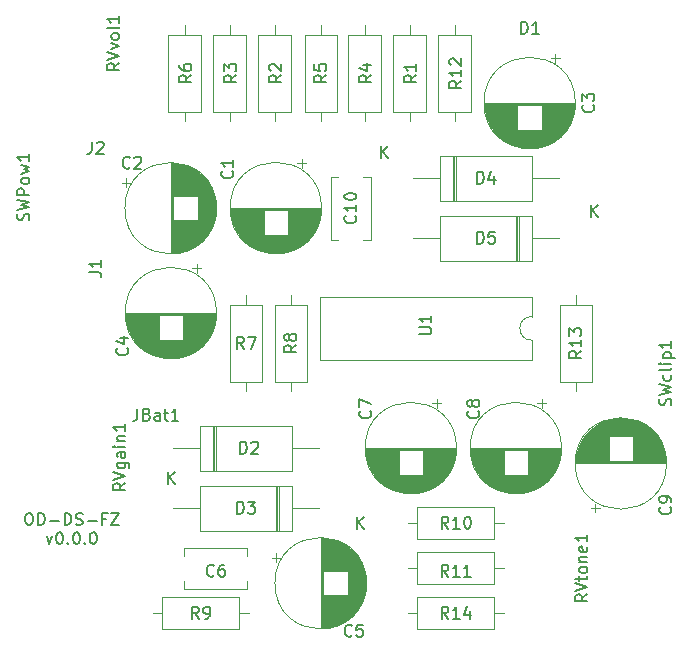
<source format=gbr>
%TF.GenerationSoftware,KiCad,Pcbnew,6.0.7-f9a2dced07~116~ubuntu20.04.1*%
%TF.CreationDate,2022-10-18T16:55:30+02:00*%
%TF.ProjectId,od-ds-fz,6f642d64-732d-4667-9a2e-6b696361645f,rev?*%
%TF.SameCoordinates,Original*%
%TF.FileFunction,Legend,Top*%
%TF.FilePolarity,Positive*%
%FSLAX46Y46*%
G04 Gerber Fmt 4.6, Leading zero omitted, Abs format (unit mm)*
G04 Created by KiCad (PCBNEW 6.0.7-f9a2dced07~116~ubuntu20.04.1) date 2022-10-18 16:55:30*
%MOMM*%
%LPD*%
G01*
G04 APERTURE LIST*
%ADD10C,0.200000*%
%ADD11C,0.150000*%
%ADD12C,0.120000*%
G04 APERTURE END LIST*
D10*
X121253714Y-100755380D02*
X121444190Y-100755380D01*
X121539428Y-100803000D01*
X121634666Y-100898238D01*
X121682285Y-101088714D01*
X121682285Y-101422047D01*
X121634666Y-101612523D01*
X121539428Y-101707761D01*
X121444190Y-101755380D01*
X121253714Y-101755380D01*
X121158476Y-101707761D01*
X121063238Y-101612523D01*
X121015619Y-101422047D01*
X121015619Y-101088714D01*
X121063238Y-100898238D01*
X121158476Y-100803000D01*
X121253714Y-100755380D01*
X122110857Y-101755380D02*
X122110857Y-100755380D01*
X122348952Y-100755380D01*
X122491809Y-100803000D01*
X122587047Y-100898238D01*
X122634666Y-100993476D01*
X122682285Y-101183952D01*
X122682285Y-101326809D01*
X122634666Y-101517285D01*
X122587047Y-101612523D01*
X122491809Y-101707761D01*
X122348952Y-101755380D01*
X122110857Y-101755380D01*
X123110857Y-101374428D02*
X123872761Y-101374428D01*
X124348952Y-101755380D02*
X124348952Y-100755380D01*
X124587047Y-100755380D01*
X124729904Y-100803000D01*
X124825142Y-100898238D01*
X124872761Y-100993476D01*
X124920380Y-101183952D01*
X124920380Y-101326809D01*
X124872761Y-101517285D01*
X124825142Y-101612523D01*
X124729904Y-101707761D01*
X124587047Y-101755380D01*
X124348952Y-101755380D01*
X125301333Y-101707761D02*
X125444190Y-101755380D01*
X125682285Y-101755380D01*
X125777523Y-101707761D01*
X125825142Y-101660142D01*
X125872761Y-101564904D01*
X125872761Y-101469666D01*
X125825142Y-101374428D01*
X125777523Y-101326809D01*
X125682285Y-101279190D01*
X125491809Y-101231571D01*
X125396571Y-101183952D01*
X125348952Y-101136333D01*
X125301333Y-101041095D01*
X125301333Y-100945857D01*
X125348952Y-100850619D01*
X125396571Y-100803000D01*
X125491809Y-100755380D01*
X125729904Y-100755380D01*
X125872761Y-100803000D01*
X126301333Y-101374428D02*
X127063238Y-101374428D01*
X127872761Y-101231571D02*
X127539428Y-101231571D01*
X127539428Y-101755380D02*
X127539428Y-100755380D01*
X128015619Y-100755380D01*
X128301333Y-100755380D02*
X128968000Y-100755380D01*
X128301333Y-101755380D01*
X128968000Y-101755380D01*
X122825142Y-102698714D02*
X123063238Y-103365380D01*
X123301333Y-102698714D01*
X123872761Y-102365380D02*
X123968000Y-102365380D01*
X124063238Y-102413000D01*
X124110857Y-102460619D01*
X124158476Y-102555857D01*
X124206095Y-102746333D01*
X124206095Y-102984428D01*
X124158476Y-103174904D01*
X124110857Y-103270142D01*
X124063238Y-103317761D01*
X123968000Y-103365380D01*
X123872761Y-103365380D01*
X123777523Y-103317761D01*
X123729904Y-103270142D01*
X123682285Y-103174904D01*
X123634666Y-102984428D01*
X123634666Y-102746333D01*
X123682285Y-102555857D01*
X123729904Y-102460619D01*
X123777523Y-102413000D01*
X123872761Y-102365380D01*
X124634666Y-103270142D02*
X124682285Y-103317761D01*
X124634666Y-103365380D01*
X124587047Y-103317761D01*
X124634666Y-103270142D01*
X124634666Y-103365380D01*
X125301333Y-102365380D02*
X125396571Y-102365380D01*
X125491809Y-102413000D01*
X125539428Y-102460619D01*
X125587047Y-102555857D01*
X125634666Y-102746333D01*
X125634666Y-102984428D01*
X125587047Y-103174904D01*
X125539428Y-103270142D01*
X125491809Y-103317761D01*
X125396571Y-103365380D01*
X125301333Y-103365380D01*
X125206095Y-103317761D01*
X125158476Y-103270142D01*
X125110857Y-103174904D01*
X125063238Y-102984428D01*
X125063238Y-102746333D01*
X125110857Y-102555857D01*
X125158476Y-102460619D01*
X125206095Y-102413000D01*
X125301333Y-102365380D01*
X126063238Y-103270142D02*
X126110857Y-103317761D01*
X126063238Y-103365380D01*
X126015619Y-103317761D01*
X126063238Y-103270142D01*
X126063238Y-103365380D01*
X126729904Y-102365380D02*
X126825142Y-102365380D01*
X126920380Y-102413000D01*
X126968000Y-102460619D01*
X127015619Y-102555857D01*
X127063238Y-102746333D01*
X127063238Y-102984428D01*
X127015619Y-103174904D01*
X126968000Y-103270142D01*
X126920380Y-103317761D01*
X126825142Y-103365380D01*
X126729904Y-103365380D01*
X126634666Y-103317761D01*
X126587047Y-103270142D01*
X126539428Y-103174904D01*
X126491809Y-102984428D01*
X126491809Y-102746333D01*
X126539428Y-102555857D01*
X126587047Y-102460619D01*
X126634666Y-102413000D01*
X126729904Y-102365380D01*
D11*
%TO.C,C10*%
X148947142Y-75572857D02*
X148994761Y-75620476D01*
X149042380Y-75763333D01*
X149042380Y-75858571D01*
X148994761Y-76001428D01*
X148899523Y-76096666D01*
X148804285Y-76144285D01*
X148613809Y-76191904D01*
X148470952Y-76191904D01*
X148280476Y-76144285D01*
X148185238Y-76096666D01*
X148090000Y-76001428D01*
X148042380Y-75858571D01*
X148042380Y-75763333D01*
X148090000Y-75620476D01*
X148137619Y-75572857D01*
X149042380Y-74620476D02*
X149042380Y-75191904D01*
X149042380Y-74906190D02*
X148042380Y-74906190D01*
X148185238Y-75001428D01*
X148280476Y-75096666D01*
X148328095Y-75191904D01*
X148042380Y-74001428D02*
X148042380Y-73906190D01*
X148090000Y-73810952D01*
X148137619Y-73763333D01*
X148232857Y-73715714D01*
X148423333Y-73668095D01*
X148661428Y-73668095D01*
X148851904Y-73715714D01*
X148947142Y-73763333D01*
X148994761Y-73810952D01*
X149042380Y-73906190D01*
X149042380Y-74001428D01*
X148994761Y-74096666D01*
X148947142Y-74144285D01*
X148851904Y-74191904D01*
X148661428Y-74239523D01*
X148423333Y-74239523D01*
X148232857Y-74191904D01*
X148137619Y-74144285D01*
X148090000Y-74096666D01*
X148042380Y-74001428D01*
%TO.C,R4*%
X150312380Y-63666666D02*
X149836190Y-64000000D01*
X150312380Y-64238095D02*
X149312380Y-64238095D01*
X149312380Y-63857142D01*
X149360000Y-63761904D01*
X149407619Y-63714285D01*
X149502857Y-63666666D01*
X149645714Y-63666666D01*
X149740952Y-63714285D01*
X149788571Y-63761904D01*
X149836190Y-63857142D01*
X149836190Y-64238095D01*
X149645714Y-62809523D02*
X150312380Y-62809523D01*
X149264761Y-63047619D02*
X149979047Y-63285714D01*
X149979047Y-62666666D01*
%TO.C,C7*%
X150217142Y-92114666D02*
X150264761Y-92162285D01*
X150312380Y-92305142D01*
X150312380Y-92400380D01*
X150264761Y-92543238D01*
X150169523Y-92638476D01*
X150074285Y-92686095D01*
X149883809Y-92733714D01*
X149740952Y-92733714D01*
X149550476Y-92686095D01*
X149455238Y-92638476D01*
X149360000Y-92543238D01*
X149312380Y-92400380D01*
X149312380Y-92305142D01*
X149360000Y-92162285D01*
X149407619Y-92114666D01*
X149312380Y-91781333D02*
X149312380Y-91114666D01*
X150312380Y-91543238D01*
%TO.C,C5*%
X148677333Y-111101142D02*
X148629714Y-111148761D01*
X148486857Y-111196380D01*
X148391619Y-111196380D01*
X148248761Y-111148761D01*
X148153523Y-111053523D01*
X148105904Y-110958285D01*
X148058285Y-110767809D01*
X148058285Y-110624952D01*
X148105904Y-110434476D01*
X148153523Y-110339238D01*
X148248761Y-110244000D01*
X148391619Y-110196380D01*
X148486857Y-110196380D01*
X148629714Y-110244000D01*
X148677333Y-110291619D01*
X149582095Y-110196380D02*
X149105904Y-110196380D01*
X149058285Y-110672571D01*
X149105904Y-110624952D01*
X149201142Y-110577333D01*
X149439238Y-110577333D01*
X149534476Y-110624952D01*
X149582095Y-110672571D01*
X149629714Y-110767809D01*
X149629714Y-111005904D01*
X149582095Y-111101142D01*
X149534476Y-111148761D01*
X149439238Y-111196380D01*
X149201142Y-111196380D01*
X149105904Y-111148761D01*
X149058285Y-111101142D01*
%TO.C,R1*%
X154122380Y-63666666D02*
X153646190Y-64000000D01*
X154122380Y-64238095D02*
X153122380Y-64238095D01*
X153122380Y-63857142D01*
X153170000Y-63761904D01*
X153217619Y-63714285D01*
X153312857Y-63666666D01*
X153455714Y-63666666D01*
X153550952Y-63714285D01*
X153598571Y-63761904D01*
X153646190Y-63857142D01*
X153646190Y-64238095D01*
X154122380Y-62714285D02*
X154122380Y-63285714D01*
X154122380Y-63000000D02*
X153122380Y-63000000D01*
X153265238Y-63095238D01*
X153360476Y-63190476D01*
X153408095Y-63285714D01*
%TO.C,D2*%
X139215904Y-95702380D02*
X139215904Y-94702380D01*
X139454000Y-94702380D01*
X139596857Y-94750000D01*
X139692095Y-94845238D01*
X139739714Y-94940476D01*
X139787333Y-95130952D01*
X139787333Y-95273809D01*
X139739714Y-95464285D01*
X139692095Y-95559523D01*
X139596857Y-95654761D01*
X139454000Y-95702380D01*
X139215904Y-95702380D01*
X140168285Y-94797619D02*
X140215904Y-94750000D01*
X140311142Y-94702380D01*
X140549238Y-94702380D01*
X140644476Y-94750000D01*
X140692095Y-94797619D01*
X140739714Y-94892857D01*
X140739714Y-94988095D01*
X140692095Y-95130952D01*
X140120666Y-95702380D01*
X140739714Y-95702380D01*
X133088095Y-98242380D02*
X133088095Y-97242380D01*
X133659523Y-98242380D02*
X133230952Y-97670952D01*
X133659523Y-97242380D02*
X133088095Y-97813809D01*
%TO.C,R13*%
X168092380Y-87002857D02*
X167616190Y-87336190D01*
X168092380Y-87574285D02*
X167092380Y-87574285D01*
X167092380Y-87193333D01*
X167140000Y-87098095D01*
X167187619Y-87050476D01*
X167282857Y-87002857D01*
X167425714Y-87002857D01*
X167520952Y-87050476D01*
X167568571Y-87098095D01*
X167616190Y-87193333D01*
X167616190Y-87574285D01*
X168092380Y-86050476D02*
X168092380Y-86621904D01*
X168092380Y-86336190D02*
X167092380Y-86336190D01*
X167235238Y-86431428D01*
X167330476Y-86526666D01*
X167378095Y-86621904D01*
X167092380Y-85717142D02*
X167092380Y-85098095D01*
X167473333Y-85431428D01*
X167473333Y-85288571D01*
X167520952Y-85193333D01*
X167568571Y-85145714D01*
X167663809Y-85098095D01*
X167901904Y-85098095D01*
X167997142Y-85145714D01*
X168044761Y-85193333D01*
X168092380Y-85288571D01*
X168092380Y-85574285D01*
X168044761Y-85669523D01*
X167997142Y-85717142D01*
%TO.C,D3*%
X138961904Y-100782380D02*
X138961904Y-99782380D01*
X139200000Y-99782380D01*
X139342857Y-99830000D01*
X139438095Y-99925238D01*
X139485714Y-100020476D01*
X139533333Y-100210952D01*
X139533333Y-100353809D01*
X139485714Y-100544285D01*
X139438095Y-100639523D01*
X139342857Y-100734761D01*
X139200000Y-100782380D01*
X138961904Y-100782380D01*
X139866666Y-99782380D02*
X140485714Y-99782380D01*
X140152380Y-100163333D01*
X140295238Y-100163333D01*
X140390476Y-100210952D01*
X140438095Y-100258571D01*
X140485714Y-100353809D01*
X140485714Y-100591904D01*
X140438095Y-100687142D01*
X140390476Y-100734761D01*
X140295238Y-100782380D01*
X140009523Y-100782380D01*
X139914285Y-100734761D01*
X139866666Y-100687142D01*
X149090095Y-102052380D02*
X149090095Y-101052380D01*
X149661523Y-102052380D02*
X149232952Y-101480952D01*
X149661523Y-101052380D02*
X149090095Y-101623809D01*
%TO.C,R8*%
X143962380Y-86526666D02*
X143486190Y-86860000D01*
X143962380Y-87098095D02*
X142962380Y-87098095D01*
X142962380Y-86717142D01*
X143010000Y-86621904D01*
X143057619Y-86574285D01*
X143152857Y-86526666D01*
X143295714Y-86526666D01*
X143390952Y-86574285D01*
X143438571Y-86621904D01*
X143486190Y-86717142D01*
X143486190Y-87098095D01*
X143390952Y-85955238D02*
X143343333Y-86050476D01*
X143295714Y-86098095D01*
X143200476Y-86145714D01*
X143152857Y-86145714D01*
X143057619Y-86098095D01*
X143010000Y-86050476D01*
X142962380Y-85955238D01*
X142962380Y-85764761D01*
X143010000Y-85669523D01*
X143057619Y-85621904D01*
X143152857Y-85574285D01*
X143200476Y-85574285D01*
X143295714Y-85621904D01*
X143343333Y-85669523D01*
X143390952Y-85764761D01*
X143390952Y-85955238D01*
X143438571Y-86050476D01*
X143486190Y-86098095D01*
X143581428Y-86145714D01*
X143771904Y-86145714D01*
X143867142Y-86098095D01*
X143914761Y-86050476D01*
X143962380Y-85955238D01*
X143962380Y-85764761D01*
X143914761Y-85669523D01*
X143867142Y-85621904D01*
X143771904Y-85574285D01*
X143581428Y-85574285D01*
X143486190Y-85621904D01*
X143438571Y-85669523D01*
X143390952Y-85764761D01*
%TO.C,R3*%
X138882380Y-63666666D02*
X138406190Y-64000000D01*
X138882380Y-64238095D02*
X137882380Y-64238095D01*
X137882380Y-63857142D01*
X137930000Y-63761904D01*
X137977619Y-63714285D01*
X138072857Y-63666666D01*
X138215714Y-63666666D01*
X138310952Y-63714285D01*
X138358571Y-63761904D01*
X138406190Y-63857142D01*
X138406190Y-64238095D01*
X137882380Y-63333333D02*
X137882380Y-62714285D01*
X138263333Y-63047619D01*
X138263333Y-62904761D01*
X138310952Y-62809523D01*
X138358571Y-62761904D01*
X138453809Y-62714285D01*
X138691904Y-62714285D01*
X138787142Y-62761904D01*
X138834761Y-62809523D01*
X138882380Y-62904761D01*
X138882380Y-63190476D01*
X138834761Y-63285714D01*
X138787142Y-63333333D01*
%TO.C,D4*%
X159281904Y-72842380D02*
X159281904Y-71842380D01*
X159520000Y-71842380D01*
X159662857Y-71890000D01*
X159758095Y-71985238D01*
X159805714Y-72080476D01*
X159853333Y-72270952D01*
X159853333Y-72413809D01*
X159805714Y-72604285D01*
X159758095Y-72699523D01*
X159662857Y-72794761D01*
X159520000Y-72842380D01*
X159281904Y-72842380D01*
X160710476Y-72175714D02*
X160710476Y-72842380D01*
X160472380Y-71794761D02*
X160234285Y-72509047D01*
X160853333Y-72509047D01*
X151122095Y-70642380D02*
X151122095Y-69642380D01*
X151693523Y-70642380D02*
X151264952Y-70070952D01*
X151693523Y-69642380D02*
X151122095Y-70213809D01*
%TO.C,R10*%
X156837142Y-102052380D02*
X156503809Y-101576190D01*
X156265714Y-102052380D02*
X156265714Y-101052380D01*
X156646666Y-101052380D01*
X156741904Y-101100000D01*
X156789523Y-101147619D01*
X156837142Y-101242857D01*
X156837142Y-101385714D01*
X156789523Y-101480952D01*
X156741904Y-101528571D01*
X156646666Y-101576190D01*
X156265714Y-101576190D01*
X157789523Y-102052380D02*
X157218095Y-102052380D01*
X157503809Y-102052380D02*
X157503809Y-101052380D01*
X157408571Y-101195238D01*
X157313333Y-101290476D01*
X157218095Y-101338095D01*
X158408571Y-101052380D02*
X158503809Y-101052380D01*
X158599047Y-101100000D01*
X158646666Y-101147619D01*
X158694285Y-101242857D01*
X158741904Y-101433333D01*
X158741904Y-101671428D01*
X158694285Y-101861904D01*
X158646666Y-101957142D01*
X158599047Y-102004761D01*
X158503809Y-102052380D01*
X158408571Y-102052380D01*
X158313333Y-102004761D01*
X158265714Y-101957142D01*
X158218095Y-101861904D01*
X158170476Y-101671428D01*
X158170476Y-101433333D01*
X158218095Y-101242857D01*
X158265714Y-101147619D01*
X158313333Y-101100000D01*
X158408571Y-101052380D01*
%TO.C,R5*%
X146502380Y-63666666D02*
X146026190Y-64000000D01*
X146502380Y-64238095D02*
X145502380Y-64238095D01*
X145502380Y-63857142D01*
X145550000Y-63761904D01*
X145597619Y-63714285D01*
X145692857Y-63666666D01*
X145835714Y-63666666D01*
X145930952Y-63714285D01*
X145978571Y-63761904D01*
X146026190Y-63857142D01*
X146026190Y-64238095D01*
X145502380Y-62761904D02*
X145502380Y-63238095D01*
X145978571Y-63285714D01*
X145930952Y-63238095D01*
X145883333Y-63142857D01*
X145883333Y-62904761D01*
X145930952Y-62809523D01*
X145978571Y-62761904D01*
X146073809Y-62714285D01*
X146311904Y-62714285D01*
X146407142Y-62761904D01*
X146454761Y-62809523D01*
X146502380Y-62904761D01*
X146502380Y-63142857D01*
X146454761Y-63238095D01*
X146407142Y-63285714D01*
%TO.C,R11*%
X156837142Y-106116380D02*
X156503809Y-105640190D01*
X156265714Y-106116380D02*
X156265714Y-105116380D01*
X156646666Y-105116380D01*
X156741904Y-105164000D01*
X156789523Y-105211619D01*
X156837142Y-105306857D01*
X156837142Y-105449714D01*
X156789523Y-105544952D01*
X156741904Y-105592571D01*
X156646666Y-105640190D01*
X156265714Y-105640190D01*
X157789523Y-106116380D02*
X157218095Y-106116380D01*
X157503809Y-106116380D02*
X157503809Y-105116380D01*
X157408571Y-105259238D01*
X157313333Y-105354476D01*
X157218095Y-105402095D01*
X158741904Y-106116380D02*
X158170476Y-106116380D01*
X158456190Y-106116380D02*
X158456190Y-105116380D01*
X158360952Y-105259238D01*
X158265714Y-105354476D01*
X158170476Y-105402095D01*
%TO.C,C3*%
X169087142Y-66186666D02*
X169134761Y-66234285D01*
X169182380Y-66377142D01*
X169182380Y-66472380D01*
X169134761Y-66615238D01*
X169039523Y-66710476D01*
X168944285Y-66758095D01*
X168753809Y-66805714D01*
X168610952Y-66805714D01*
X168420476Y-66758095D01*
X168325238Y-66710476D01*
X168230000Y-66615238D01*
X168182380Y-66472380D01*
X168182380Y-66377142D01*
X168230000Y-66234285D01*
X168277619Y-66186666D01*
X168182380Y-65853333D02*
X168182380Y-65234285D01*
X168563333Y-65567619D01*
X168563333Y-65424761D01*
X168610952Y-65329523D01*
X168658571Y-65281904D01*
X168753809Y-65234285D01*
X168991904Y-65234285D01*
X169087142Y-65281904D01*
X169134761Y-65329523D01*
X169182380Y-65424761D01*
X169182380Y-65710476D01*
X169134761Y-65805714D01*
X169087142Y-65853333D01*
%TO.C,J1*%
X126452380Y-80343333D02*
X127166666Y-80343333D01*
X127309523Y-80390952D01*
X127404761Y-80486190D01*
X127452380Y-80629047D01*
X127452380Y-80724285D01*
X127452380Y-79343333D02*
X127452380Y-79914761D01*
X127452380Y-79629047D02*
X126452380Y-79629047D01*
X126595238Y-79724285D01*
X126690476Y-79819523D01*
X126738095Y-79914761D01*
%TO.C,RVvol1*%
X128976380Y-62650476D02*
X128500190Y-62983809D01*
X128976380Y-63221904D02*
X127976380Y-63221904D01*
X127976380Y-62840952D01*
X128024000Y-62745714D01*
X128071619Y-62698095D01*
X128166857Y-62650476D01*
X128309714Y-62650476D01*
X128404952Y-62698095D01*
X128452571Y-62745714D01*
X128500190Y-62840952D01*
X128500190Y-63221904D01*
X127976380Y-62364761D02*
X128976380Y-62031428D01*
X127976380Y-61698095D01*
X128309714Y-61460000D02*
X128976380Y-61221904D01*
X128309714Y-60983809D01*
X128976380Y-60460000D02*
X128928761Y-60555238D01*
X128881142Y-60602857D01*
X128785904Y-60650476D01*
X128500190Y-60650476D01*
X128404952Y-60602857D01*
X128357333Y-60555238D01*
X128309714Y-60460000D01*
X128309714Y-60317142D01*
X128357333Y-60221904D01*
X128404952Y-60174285D01*
X128500190Y-60126666D01*
X128785904Y-60126666D01*
X128881142Y-60174285D01*
X128928761Y-60221904D01*
X128976380Y-60317142D01*
X128976380Y-60460000D01*
X128976380Y-59555238D02*
X128928761Y-59650476D01*
X128833523Y-59698095D01*
X127976380Y-59698095D01*
X128976380Y-58650476D02*
X128976380Y-59221904D01*
X128976380Y-58936190D02*
X127976380Y-58936190D01*
X128119238Y-59031428D01*
X128214476Y-59126666D01*
X128262095Y-59221904D01*
%TO.C,SWPow1*%
X121308761Y-75961523D02*
X121356380Y-75818666D01*
X121356380Y-75580571D01*
X121308761Y-75485333D01*
X121261142Y-75437714D01*
X121165904Y-75390095D01*
X121070666Y-75390095D01*
X120975428Y-75437714D01*
X120927809Y-75485333D01*
X120880190Y-75580571D01*
X120832571Y-75771047D01*
X120784952Y-75866285D01*
X120737333Y-75913904D01*
X120642095Y-75961523D01*
X120546857Y-75961523D01*
X120451619Y-75913904D01*
X120404000Y-75866285D01*
X120356380Y-75771047D01*
X120356380Y-75532952D01*
X120404000Y-75390095D01*
X120356380Y-75056761D02*
X121356380Y-74818666D01*
X120642095Y-74628190D01*
X121356380Y-74437714D01*
X120356380Y-74199619D01*
X121356380Y-73818666D02*
X120356380Y-73818666D01*
X120356380Y-73437714D01*
X120404000Y-73342476D01*
X120451619Y-73294857D01*
X120546857Y-73247238D01*
X120689714Y-73247238D01*
X120784952Y-73294857D01*
X120832571Y-73342476D01*
X120880190Y-73437714D01*
X120880190Y-73818666D01*
X121356380Y-72675809D02*
X121308761Y-72771047D01*
X121261142Y-72818666D01*
X121165904Y-72866285D01*
X120880190Y-72866285D01*
X120784952Y-72818666D01*
X120737333Y-72771047D01*
X120689714Y-72675809D01*
X120689714Y-72532952D01*
X120737333Y-72437714D01*
X120784952Y-72390095D01*
X120880190Y-72342476D01*
X121165904Y-72342476D01*
X121261142Y-72390095D01*
X121308761Y-72437714D01*
X121356380Y-72532952D01*
X121356380Y-72675809D01*
X120689714Y-72009142D02*
X121356380Y-71818666D01*
X120880190Y-71628190D01*
X121356380Y-71437714D01*
X120689714Y-71247238D01*
X121356380Y-70342476D02*
X121356380Y-70913904D01*
X121356380Y-70628190D02*
X120356380Y-70628190D01*
X120499238Y-70723428D01*
X120594476Y-70818666D01*
X120642095Y-70913904D01*
%TO.C,C2*%
X129881333Y-71477142D02*
X129833714Y-71524761D01*
X129690857Y-71572380D01*
X129595619Y-71572380D01*
X129452761Y-71524761D01*
X129357523Y-71429523D01*
X129309904Y-71334285D01*
X129262285Y-71143809D01*
X129262285Y-71000952D01*
X129309904Y-70810476D01*
X129357523Y-70715238D01*
X129452761Y-70620000D01*
X129595619Y-70572380D01*
X129690857Y-70572380D01*
X129833714Y-70620000D01*
X129881333Y-70667619D01*
X130262285Y-70667619D02*
X130309904Y-70620000D01*
X130405142Y-70572380D01*
X130643238Y-70572380D01*
X130738476Y-70620000D01*
X130786095Y-70667619D01*
X130833714Y-70762857D01*
X130833714Y-70858095D01*
X130786095Y-71000952D01*
X130214666Y-71572380D01*
X130833714Y-71572380D01*
%TO.C,C1*%
X138533142Y-71794666D02*
X138580761Y-71842285D01*
X138628380Y-71985142D01*
X138628380Y-72080380D01*
X138580761Y-72223238D01*
X138485523Y-72318476D01*
X138390285Y-72366095D01*
X138199809Y-72413714D01*
X138056952Y-72413714D01*
X137866476Y-72366095D01*
X137771238Y-72318476D01*
X137676000Y-72223238D01*
X137628380Y-72080380D01*
X137628380Y-71985142D01*
X137676000Y-71842285D01*
X137723619Y-71794666D01*
X138628380Y-70842285D02*
X138628380Y-71413714D01*
X138628380Y-71128000D02*
X137628380Y-71128000D01*
X137771238Y-71223238D01*
X137866476Y-71318476D01*
X137914095Y-71413714D01*
%TO.C,RVgain1*%
X129484380Y-98202476D02*
X129008190Y-98535809D01*
X129484380Y-98773904D02*
X128484380Y-98773904D01*
X128484380Y-98392952D01*
X128532000Y-98297714D01*
X128579619Y-98250095D01*
X128674857Y-98202476D01*
X128817714Y-98202476D01*
X128912952Y-98250095D01*
X128960571Y-98297714D01*
X129008190Y-98392952D01*
X129008190Y-98773904D01*
X128484380Y-97916761D02*
X129484380Y-97583428D01*
X128484380Y-97250095D01*
X128817714Y-96488190D02*
X129627238Y-96488190D01*
X129722476Y-96535809D01*
X129770095Y-96583428D01*
X129817714Y-96678666D01*
X129817714Y-96821523D01*
X129770095Y-96916761D01*
X129436761Y-96488190D02*
X129484380Y-96583428D01*
X129484380Y-96773904D01*
X129436761Y-96869142D01*
X129389142Y-96916761D01*
X129293904Y-96964380D01*
X129008190Y-96964380D01*
X128912952Y-96916761D01*
X128865333Y-96869142D01*
X128817714Y-96773904D01*
X128817714Y-96583428D01*
X128865333Y-96488190D01*
X129484380Y-95583428D02*
X128960571Y-95583428D01*
X128865333Y-95631047D01*
X128817714Y-95726285D01*
X128817714Y-95916761D01*
X128865333Y-96012000D01*
X129436761Y-95583428D02*
X129484380Y-95678666D01*
X129484380Y-95916761D01*
X129436761Y-96012000D01*
X129341523Y-96059619D01*
X129246285Y-96059619D01*
X129151047Y-96012000D01*
X129103428Y-95916761D01*
X129103428Y-95678666D01*
X129055809Y-95583428D01*
X129484380Y-95107238D02*
X128817714Y-95107238D01*
X128484380Y-95107238D02*
X128532000Y-95154857D01*
X128579619Y-95107238D01*
X128532000Y-95059619D01*
X128484380Y-95107238D01*
X128579619Y-95107238D01*
X128817714Y-94631047D02*
X129484380Y-94631047D01*
X128912952Y-94631047D02*
X128865333Y-94583428D01*
X128817714Y-94488190D01*
X128817714Y-94345333D01*
X128865333Y-94250095D01*
X128960571Y-94202476D01*
X129484380Y-94202476D01*
X129484380Y-93202476D02*
X129484380Y-93773904D01*
X129484380Y-93488190D02*
X128484380Y-93488190D01*
X128627238Y-93583428D01*
X128722476Y-93678666D01*
X128770095Y-93773904D01*
%TO.C,JBat1*%
X130508571Y-91908380D02*
X130508571Y-92622666D01*
X130460952Y-92765523D01*
X130365714Y-92860761D01*
X130222857Y-92908380D01*
X130127619Y-92908380D01*
X131318095Y-92384571D02*
X131460952Y-92432190D01*
X131508571Y-92479809D01*
X131556190Y-92575047D01*
X131556190Y-92717904D01*
X131508571Y-92813142D01*
X131460952Y-92860761D01*
X131365714Y-92908380D01*
X130984761Y-92908380D01*
X130984761Y-91908380D01*
X131318095Y-91908380D01*
X131413333Y-91956000D01*
X131460952Y-92003619D01*
X131508571Y-92098857D01*
X131508571Y-92194095D01*
X131460952Y-92289333D01*
X131413333Y-92336952D01*
X131318095Y-92384571D01*
X130984761Y-92384571D01*
X132413333Y-92908380D02*
X132413333Y-92384571D01*
X132365714Y-92289333D01*
X132270476Y-92241714D01*
X132080000Y-92241714D01*
X131984761Y-92289333D01*
X132413333Y-92860761D02*
X132318095Y-92908380D01*
X132080000Y-92908380D01*
X131984761Y-92860761D01*
X131937142Y-92765523D01*
X131937142Y-92670285D01*
X131984761Y-92575047D01*
X132080000Y-92527428D01*
X132318095Y-92527428D01*
X132413333Y-92479809D01*
X132746666Y-92241714D02*
X133127619Y-92241714D01*
X132889523Y-91908380D02*
X132889523Y-92765523D01*
X132937142Y-92860761D01*
X133032380Y-92908380D01*
X133127619Y-92908380D01*
X133984761Y-92908380D02*
X133413333Y-92908380D01*
X133699047Y-92908380D02*
X133699047Y-91908380D01*
X133603809Y-92051238D01*
X133508571Y-92146476D01*
X133413333Y-92194095D01*
%TO.C,R12*%
X157932380Y-64142857D02*
X157456190Y-64476190D01*
X157932380Y-64714285D02*
X156932380Y-64714285D01*
X156932380Y-64333333D01*
X156980000Y-64238095D01*
X157027619Y-64190476D01*
X157122857Y-64142857D01*
X157265714Y-64142857D01*
X157360952Y-64190476D01*
X157408571Y-64238095D01*
X157456190Y-64333333D01*
X157456190Y-64714285D01*
X157932380Y-63190476D02*
X157932380Y-63761904D01*
X157932380Y-63476190D02*
X156932380Y-63476190D01*
X157075238Y-63571428D01*
X157170476Y-63666666D01*
X157218095Y-63761904D01*
X157027619Y-62809523D02*
X156980000Y-62761904D01*
X156932380Y-62666666D01*
X156932380Y-62428571D01*
X156980000Y-62333333D01*
X157027619Y-62285714D01*
X157122857Y-62238095D01*
X157218095Y-62238095D01*
X157360952Y-62285714D01*
X157932380Y-62857142D01*
X157932380Y-62238095D01*
%TO.C,R6*%
X135072380Y-63666666D02*
X134596190Y-64000000D01*
X135072380Y-64238095D02*
X134072380Y-64238095D01*
X134072380Y-63857142D01*
X134120000Y-63761904D01*
X134167619Y-63714285D01*
X134262857Y-63666666D01*
X134405714Y-63666666D01*
X134500952Y-63714285D01*
X134548571Y-63761904D01*
X134596190Y-63857142D01*
X134596190Y-64238095D01*
X134072380Y-62809523D02*
X134072380Y-63000000D01*
X134120000Y-63095238D01*
X134167619Y-63142857D01*
X134310476Y-63238095D01*
X134500952Y-63285714D01*
X134881904Y-63285714D01*
X134977142Y-63238095D01*
X135024761Y-63190476D01*
X135072380Y-63095238D01*
X135072380Y-62904761D01*
X135024761Y-62809523D01*
X134977142Y-62761904D01*
X134881904Y-62714285D01*
X134643809Y-62714285D01*
X134548571Y-62761904D01*
X134500952Y-62809523D01*
X134453333Y-62904761D01*
X134453333Y-63095238D01*
X134500952Y-63190476D01*
X134548571Y-63238095D01*
X134643809Y-63285714D01*
%TO.C,U1*%
X154392380Y-85597904D02*
X155201904Y-85597904D01*
X155297142Y-85550285D01*
X155344761Y-85502666D01*
X155392380Y-85407428D01*
X155392380Y-85216952D01*
X155344761Y-85121714D01*
X155297142Y-85074095D01*
X155201904Y-85026476D01*
X154392380Y-85026476D01*
X155392380Y-84026476D02*
X155392380Y-84597904D01*
X155392380Y-84312190D02*
X154392380Y-84312190D01*
X154535238Y-84407428D01*
X154630476Y-84502666D01*
X154678095Y-84597904D01*
%TO.C,C8*%
X159361142Y-92114666D02*
X159408761Y-92162285D01*
X159456380Y-92305142D01*
X159456380Y-92400380D01*
X159408761Y-92543238D01*
X159313523Y-92638476D01*
X159218285Y-92686095D01*
X159027809Y-92733714D01*
X158884952Y-92733714D01*
X158694476Y-92686095D01*
X158599238Y-92638476D01*
X158504000Y-92543238D01*
X158456380Y-92400380D01*
X158456380Y-92305142D01*
X158504000Y-92162285D01*
X158551619Y-92114666D01*
X158884952Y-91543238D02*
X158837333Y-91638476D01*
X158789714Y-91686095D01*
X158694476Y-91733714D01*
X158646857Y-91733714D01*
X158551619Y-91686095D01*
X158504000Y-91638476D01*
X158456380Y-91543238D01*
X158456380Y-91352761D01*
X158504000Y-91257523D01*
X158551619Y-91209904D01*
X158646857Y-91162285D01*
X158694476Y-91162285D01*
X158789714Y-91209904D01*
X158837333Y-91257523D01*
X158884952Y-91352761D01*
X158884952Y-91543238D01*
X158932571Y-91638476D01*
X158980190Y-91686095D01*
X159075428Y-91733714D01*
X159265904Y-91733714D01*
X159361142Y-91686095D01*
X159408761Y-91638476D01*
X159456380Y-91543238D01*
X159456380Y-91352761D01*
X159408761Y-91257523D01*
X159361142Y-91209904D01*
X159265904Y-91162285D01*
X159075428Y-91162285D01*
X158980190Y-91209904D01*
X158932571Y-91257523D01*
X158884952Y-91352761D01*
%TO.C,C4*%
X129643142Y-86780666D02*
X129690761Y-86828285D01*
X129738380Y-86971142D01*
X129738380Y-87066380D01*
X129690761Y-87209238D01*
X129595523Y-87304476D01*
X129500285Y-87352095D01*
X129309809Y-87399714D01*
X129166952Y-87399714D01*
X128976476Y-87352095D01*
X128881238Y-87304476D01*
X128786000Y-87209238D01*
X128738380Y-87066380D01*
X128738380Y-86971142D01*
X128786000Y-86828285D01*
X128833619Y-86780666D01*
X129071714Y-85923523D02*
X129738380Y-85923523D01*
X128690761Y-86161619D02*
X129405047Y-86399714D01*
X129405047Y-85780666D01*
%TO.C,R2*%
X142692380Y-63666666D02*
X142216190Y-64000000D01*
X142692380Y-64238095D02*
X141692380Y-64238095D01*
X141692380Y-63857142D01*
X141740000Y-63761904D01*
X141787619Y-63714285D01*
X141882857Y-63666666D01*
X142025714Y-63666666D01*
X142120952Y-63714285D01*
X142168571Y-63761904D01*
X142216190Y-63857142D01*
X142216190Y-64238095D01*
X141787619Y-63285714D02*
X141740000Y-63238095D01*
X141692380Y-63142857D01*
X141692380Y-62904761D01*
X141740000Y-62809523D01*
X141787619Y-62761904D01*
X141882857Y-62714285D01*
X141978095Y-62714285D01*
X142120952Y-62761904D01*
X142692380Y-63333333D01*
X142692380Y-62714285D01*
%TO.C,SWclip1*%
X175664761Y-91614285D02*
X175712380Y-91471428D01*
X175712380Y-91233333D01*
X175664761Y-91138095D01*
X175617142Y-91090476D01*
X175521904Y-91042857D01*
X175426666Y-91042857D01*
X175331428Y-91090476D01*
X175283809Y-91138095D01*
X175236190Y-91233333D01*
X175188571Y-91423809D01*
X175140952Y-91519047D01*
X175093333Y-91566666D01*
X174998095Y-91614285D01*
X174902857Y-91614285D01*
X174807619Y-91566666D01*
X174760000Y-91519047D01*
X174712380Y-91423809D01*
X174712380Y-91185714D01*
X174760000Y-91042857D01*
X174712380Y-90709523D02*
X175712380Y-90471428D01*
X174998095Y-90280952D01*
X175712380Y-90090476D01*
X174712380Y-89852380D01*
X175664761Y-89042857D02*
X175712380Y-89138095D01*
X175712380Y-89328571D01*
X175664761Y-89423809D01*
X175617142Y-89471428D01*
X175521904Y-89519047D01*
X175236190Y-89519047D01*
X175140952Y-89471428D01*
X175093333Y-89423809D01*
X175045714Y-89328571D01*
X175045714Y-89138095D01*
X175093333Y-89042857D01*
X175712380Y-88471428D02*
X175664761Y-88566666D01*
X175569523Y-88614285D01*
X174712380Y-88614285D01*
X175712380Y-88090476D02*
X175045714Y-88090476D01*
X174712380Y-88090476D02*
X174760000Y-88138095D01*
X174807619Y-88090476D01*
X174760000Y-88042857D01*
X174712380Y-88090476D01*
X174807619Y-88090476D01*
X175045714Y-87614285D02*
X176045714Y-87614285D01*
X175093333Y-87614285D02*
X175045714Y-87519047D01*
X175045714Y-87328571D01*
X175093333Y-87233333D01*
X175140952Y-87185714D01*
X175236190Y-87138095D01*
X175521904Y-87138095D01*
X175617142Y-87185714D01*
X175664761Y-87233333D01*
X175712380Y-87328571D01*
X175712380Y-87519047D01*
X175664761Y-87614285D01*
X175712380Y-86185714D02*
X175712380Y-86757142D01*
X175712380Y-86471428D02*
X174712380Y-86471428D01*
X174855238Y-86566666D01*
X174950476Y-86661904D01*
X174998095Y-86757142D01*
%TO.C,D5*%
X159281904Y-77922380D02*
X159281904Y-76922380D01*
X159520000Y-76922380D01*
X159662857Y-76970000D01*
X159758095Y-77065238D01*
X159805714Y-77160476D01*
X159853333Y-77350952D01*
X159853333Y-77493809D01*
X159805714Y-77684285D01*
X159758095Y-77779523D01*
X159662857Y-77874761D01*
X159520000Y-77922380D01*
X159281904Y-77922380D01*
X160758095Y-76922380D02*
X160281904Y-76922380D01*
X160234285Y-77398571D01*
X160281904Y-77350952D01*
X160377142Y-77303333D01*
X160615238Y-77303333D01*
X160710476Y-77350952D01*
X160758095Y-77398571D01*
X160805714Y-77493809D01*
X160805714Y-77731904D01*
X160758095Y-77827142D01*
X160710476Y-77874761D01*
X160615238Y-77922380D01*
X160377142Y-77922380D01*
X160281904Y-77874761D01*
X160234285Y-77827142D01*
X168902095Y-75636380D02*
X168902095Y-74636380D01*
X169473523Y-75636380D02*
X169044952Y-75064952D01*
X169473523Y-74636380D02*
X168902095Y-75207809D01*
%TO.C,J2*%
X126666666Y-69302380D02*
X126666666Y-70016666D01*
X126619047Y-70159523D01*
X126523809Y-70254761D01*
X126380952Y-70302380D01*
X126285714Y-70302380D01*
X127095238Y-69397619D02*
X127142857Y-69350000D01*
X127238095Y-69302380D01*
X127476190Y-69302380D01*
X127571428Y-69350000D01*
X127619047Y-69397619D01*
X127666666Y-69492857D01*
X127666666Y-69588095D01*
X127619047Y-69730952D01*
X127047619Y-70302380D01*
X127666666Y-70302380D01*
%TO.C,C9*%
X175617142Y-100242666D02*
X175664761Y-100290285D01*
X175712380Y-100433142D01*
X175712380Y-100528380D01*
X175664761Y-100671238D01*
X175569523Y-100766476D01*
X175474285Y-100814095D01*
X175283809Y-100861714D01*
X175140952Y-100861714D01*
X174950476Y-100814095D01*
X174855238Y-100766476D01*
X174760000Y-100671238D01*
X174712380Y-100528380D01*
X174712380Y-100433142D01*
X174760000Y-100290285D01*
X174807619Y-100242666D01*
X175712380Y-99766476D02*
X175712380Y-99576000D01*
X175664761Y-99480761D01*
X175617142Y-99433142D01*
X175474285Y-99337904D01*
X175283809Y-99290285D01*
X174902857Y-99290285D01*
X174807619Y-99337904D01*
X174760000Y-99385523D01*
X174712380Y-99480761D01*
X174712380Y-99671238D01*
X174760000Y-99766476D01*
X174807619Y-99814095D01*
X174902857Y-99861714D01*
X175140952Y-99861714D01*
X175236190Y-99814095D01*
X175283809Y-99766476D01*
X175331428Y-99671238D01*
X175331428Y-99480761D01*
X175283809Y-99385523D01*
X175236190Y-99337904D01*
X175140952Y-99290285D01*
%TO.C,D1*%
X162991904Y-60142380D02*
X162991904Y-59142380D01*
X163230000Y-59142380D01*
X163372857Y-59190000D01*
X163468095Y-59285238D01*
X163515714Y-59380476D01*
X163563333Y-59570952D01*
X163563333Y-59713809D01*
X163515714Y-59904285D01*
X163468095Y-59999523D01*
X163372857Y-60094761D01*
X163230000Y-60142380D01*
X162991904Y-60142380D01*
X164515714Y-60142380D02*
X163944285Y-60142380D01*
X164230000Y-60142380D02*
X164230000Y-59142380D01*
X164134761Y-59285238D01*
X164039523Y-59380476D01*
X163944285Y-59428095D01*
%TO.C,R7*%
X139533333Y-86812380D02*
X139200000Y-86336190D01*
X138961904Y-86812380D02*
X138961904Y-85812380D01*
X139342857Y-85812380D01*
X139438095Y-85860000D01*
X139485714Y-85907619D01*
X139533333Y-86002857D01*
X139533333Y-86145714D01*
X139485714Y-86240952D01*
X139438095Y-86288571D01*
X139342857Y-86336190D01*
X138961904Y-86336190D01*
X139866666Y-85812380D02*
X140533333Y-85812380D01*
X140104761Y-86812380D01*
%TO.C,RVtone1*%
X168600380Y-107624285D02*
X168124190Y-107957619D01*
X168600380Y-108195714D02*
X167600380Y-108195714D01*
X167600380Y-107814761D01*
X167648000Y-107719523D01*
X167695619Y-107671904D01*
X167790857Y-107624285D01*
X167933714Y-107624285D01*
X168028952Y-107671904D01*
X168076571Y-107719523D01*
X168124190Y-107814761D01*
X168124190Y-108195714D01*
X167600380Y-107338571D02*
X168600380Y-107005238D01*
X167600380Y-106671904D01*
X167933714Y-106481428D02*
X167933714Y-106100476D01*
X167600380Y-106338571D02*
X168457523Y-106338571D01*
X168552761Y-106290952D01*
X168600380Y-106195714D01*
X168600380Y-106100476D01*
X168600380Y-105624285D02*
X168552761Y-105719523D01*
X168505142Y-105767142D01*
X168409904Y-105814761D01*
X168124190Y-105814761D01*
X168028952Y-105767142D01*
X167981333Y-105719523D01*
X167933714Y-105624285D01*
X167933714Y-105481428D01*
X167981333Y-105386190D01*
X168028952Y-105338571D01*
X168124190Y-105290952D01*
X168409904Y-105290952D01*
X168505142Y-105338571D01*
X168552761Y-105386190D01*
X168600380Y-105481428D01*
X168600380Y-105624285D01*
X167933714Y-104862380D02*
X168600380Y-104862380D01*
X168028952Y-104862380D02*
X167981333Y-104814761D01*
X167933714Y-104719523D01*
X167933714Y-104576666D01*
X167981333Y-104481428D01*
X168076571Y-104433809D01*
X168600380Y-104433809D01*
X168552761Y-103576666D02*
X168600380Y-103671904D01*
X168600380Y-103862380D01*
X168552761Y-103957619D01*
X168457523Y-104005238D01*
X168076571Y-104005238D01*
X167981333Y-103957619D01*
X167933714Y-103862380D01*
X167933714Y-103671904D01*
X167981333Y-103576666D01*
X168076571Y-103529047D01*
X168171809Y-103529047D01*
X168267047Y-104005238D01*
X168600380Y-102576666D02*
X168600380Y-103148095D01*
X168600380Y-102862380D02*
X167600380Y-102862380D01*
X167743238Y-102957619D01*
X167838476Y-103052857D01*
X167886095Y-103148095D01*
%TO.C,R14*%
X156837142Y-109672380D02*
X156503809Y-109196190D01*
X156265714Y-109672380D02*
X156265714Y-108672380D01*
X156646666Y-108672380D01*
X156741904Y-108720000D01*
X156789523Y-108767619D01*
X156837142Y-108862857D01*
X156837142Y-109005714D01*
X156789523Y-109100952D01*
X156741904Y-109148571D01*
X156646666Y-109196190D01*
X156265714Y-109196190D01*
X157789523Y-109672380D02*
X157218095Y-109672380D01*
X157503809Y-109672380D02*
X157503809Y-108672380D01*
X157408571Y-108815238D01*
X157313333Y-108910476D01*
X157218095Y-108958095D01*
X158646666Y-109005714D02*
X158646666Y-109672380D01*
X158408571Y-108624761D02*
X158170476Y-109339047D01*
X158789523Y-109339047D01*
%TO.C,C6*%
X136993333Y-106021142D02*
X136945714Y-106068761D01*
X136802857Y-106116380D01*
X136707619Y-106116380D01*
X136564761Y-106068761D01*
X136469523Y-105973523D01*
X136421904Y-105878285D01*
X136374285Y-105687809D01*
X136374285Y-105544952D01*
X136421904Y-105354476D01*
X136469523Y-105259238D01*
X136564761Y-105164000D01*
X136707619Y-105116380D01*
X136802857Y-105116380D01*
X136945714Y-105164000D01*
X136993333Y-105211619D01*
X137850476Y-105116380D02*
X137660000Y-105116380D01*
X137564761Y-105164000D01*
X137517142Y-105211619D01*
X137421904Y-105354476D01*
X137374285Y-105544952D01*
X137374285Y-105925904D01*
X137421904Y-106021142D01*
X137469523Y-106068761D01*
X137564761Y-106116380D01*
X137755238Y-106116380D01*
X137850476Y-106068761D01*
X137898095Y-106021142D01*
X137945714Y-105925904D01*
X137945714Y-105687809D01*
X137898095Y-105592571D01*
X137850476Y-105544952D01*
X137755238Y-105497333D01*
X137564761Y-105497333D01*
X137469523Y-105544952D01*
X137421904Y-105592571D01*
X137374285Y-105687809D01*
%TO.C,R9*%
X135723333Y-109672380D02*
X135390000Y-109196190D01*
X135151904Y-109672380D02*
X135151904Y-108672380D01*
X135532857Y-108672380D01*
X135628095Y-108720000D01*
X135675714Y-108767619D01*
X135723333Y-108862857D01*
X135723333Y-109005714D01*
X135675714Y-109100952D01*
X135628095Y-109148571D01*
X135532857Y-109196190D01*
X135151904Y-109196190D01*
X136199523Y-109672380D02*
X136390000Y-109672380D01*
X136485238Y-109624761D01*
X136532857Y-109577142D01*
X136628095Y-109434285D01*
X136675714Y-109243809D01*
X136675714Y-108862857D01*
X136628095Y-108767619D01*
X136580476Y-108720000D01*
X136485238Y-108672380D01*
X136294761Y-108672380D01*
X136199523Y-108720000D01*
X136151904Y-108767619D01*
X136104285Y-108862857D01*
X136104285Y-109100952D01*
X136151904Y-109196190D01*
X136199523Y-109243809D01*
X136294761Y-109291428D01*
X136485238Y-109291428D01*
X136580476Y-109243809D01*
X136628095Y-109196190D01*
X136675714Y-109100952D01*
D12*
%TO.C,C10*%
X150311000Y-77600000D02*
X150311000Y-72260000D01*
X146869000Y-77600000D02*
X147535000Y-77600000D01*
X146869000Y-77600000D02*
X146869000Y-72260000D01*
X146869000Y-72260000D02*
X147535000Y-72260000D01*
X149645000Y-77600000D02*
X150311000Y-77600000D01*
X149645000Y-72260000D02*
X150311000Y-72260000D01*
%TO.C,R4*%
X149760000Y-67540000D02*
X149760000Y-66770000D01*
X151130000Y-66770000D02*
X151130000Y-60230000D01*
X149760000Y-59460000D02*
X149760000Y-60230000D01*
X148390000Y-66770000D02*
X151130000Y-66770000D01*
X148390000Y-60230000D02*
X148390000Y-66770000D01*
X151130000Y-60230000D02*
X148390000Y-60230000D01*
%TO.C,C7*%
X155148000Y-98791000D02*
X152192000Y-98791000D01*
X156786000Y-97471000D02*
X154710000Y-97471000D01*
X156842000Y-97391000D02*
X154710000Y-97391000D01*
X155324000Y-98711000D02*
X152016000Y-98711000D01*
X156383000Y-97951000D02*
X150957000Y-97951000D01*
X152630000Y-97231000D02*
X150396000Y-97231000D01*
X157268000Y-96551000D02*
X154710000Y-96551000D01*
X157136000Y-96871000D02*
X154710000Y-96871000D01*
X157440000Y-95910000D02*
X154710000Y-95910000D01*
X152630000Y-95790000D02*
X149880000Y-95790000D01*
X152630000Y-95951000D02*
X149907000Y-95951000D01*
X152630000Y-96871000D02*
X150204000Y-96871000D01*
X157475000Y-95670000D02*
X154710000Y-95670000D01*
X152630000Y-96511000D02*
X150057000Y-96511000D01*
X156497000Y-97831000D02*
X150843000Y-97831000D01*
X152630000Y-97191000D02*
X150373000Y-97191000D01*
X152630000Y-97431000D02*
X150526000Y-97431000D01*
X152630000Y-97511000D02*
X150582000Y-97511000D01*
X152630000Y-96991000D02*
X150263000Y-96991000D01*
X152630000Y-95550000D02*
X149853000Y-95550000D01*
X155865000Y-98391000D02*
X151475000Y-98391000D01*
X155479000Y-98631000D02*
X151861000Y-98631000D01*
X152630000Y-96591000D02*
X150086000Y-96591000D01*
X157190000Y-96751000D02*
X154710000Y-96751000D01*
X157460000Y-95790000D02*
X154710000Y-95790000D01*
X152630000Y-97071000D02*
X150305000Y-97071000D01*
X155551000Y-98591000D02*
X151789000Y-98591000D01*
X157500000Y-95230000D02*
X149840000Y-95230000D01*
X157495000Y-95430000D02*
X149845000Y-95430000D01*
X157484000Y-95590000D02*
X154710000Y-95590000D01*
X157097000Y-96951000D02*
X154710000Y-96951000D01*
X157425000Y-95991000D02*
X154710000Y-95991000D01*
X152630000Y-96351000D02*
X150005000Y-96351000D01*
X155619000Y-98551000D02*
X151721000Y-98551000D01*
X157310000Y-96431000D02*
X154710000Y-96431000D01*
X152630000Y-97111000D02*
X150327000Y-97111000D01*
X156533000Y-97791000D02*
X150807000Y-97791000D01*
X152630000Y-96751000D02*
X150150000Y-96751000D01*
X152630000Y-97351000D02*
X150472000Y-97351000D01*
X156170000Y-98151000D02*
X151170000Y-98151000D01*
X152630000Y-96431000D02*
X150030000Y-96431000D01*
X152630000Y-95750000D02*
X149875000Y-95750000D01*
X152630000Y-95870000D02*
X149893000Y-95870000D01*
X157497000Y-95390000D02*
X149843000Y-95390000D01*
X152630000Y-97151000D02*
X150349000Y-97151000D01*
X157493000Y-95470000D02*
X154710000Y-95470000D01*
X154111000Y-99071000D02*
X153229000Y-99071000D01*
X157035000Y-97071000D02*
X154710000Y-97071000D01*
X157408000Y-96071000D02*
X154710000Y-96071000D01*
X157358000Y-96271000D02*
X154710000Y-96271000D01*
X152630000Y-96071000D02*
X149932000Y-96071000D01*
X157238000Y-96631000D02*
X154710000Y-96631000D01*
X157417000Y-96031000D02*
X154710000Y-96031000D01*
X157347000Y-96311000D02*
X154710000Y-96311000D01*
X152630000Y-96791000D02*
X150168000Y-96791000D01*
X152630000Y-96391000D02*
X150017000Y-96391000D01*
X156302000Y-98031000D02*
X151038000Y-98031000D01*
X157380000Y-96191000D02*
X154710000Y-96191000D01*
X156698000Y-97591000D02*
X150642000Y-97591000D01*
X157454000Y-95830000D02*
X154710000Y-95830000D01*
X152630000Y-95590000D02*
X149856000Y-95590000D01*
X154945000Y-98871000D02*
X152395000Y-98871000D01*
X157077000Y-96991000D02*
X154710000Y-96991000D01*
X157490000Y-95510000D02*
X154710000Y-95510000D01*
X152630000Y-96911000D02*
X150223000Y-96911000D01*
X152630000Y-96151000D02*
X149950000Y-96151000D01*
X157254000Y-96591000D02*
X154710000Y-96591000D01*
X157499000Y-95350000D02*
X149841000Y-95350000D01*
X156460000Y-97871000D02*
X150880000Y-97871000D01*
X152630000Y-96271000D02*
X149982000Y-96271000D01*
X157335000Y-96351000D02*
X154710000Y-96351000D01*
X152630000Y-95510000D02*
X149850000Y-95510000D01*
X152630000Y-96471000D02*
X150044000Y-96471000D01*
X157323000Y-96391000D02*
X154710000Y-96391000D01*
X157390000Y-96151000D02*
X154710000Y-96151000D01*
X156944000Y-97231000D02*
X154710000Y-97231000D01*
X156124000Y-98191000D02*
X151216000Y-98191000D01*
X152630000Y-96631000D02*
X150102000Y-96631000D01*
X156634000Y-97671000D02*
X150706000Y-97671000D01*
X157223000Y-96671000D02*
X154710000Y-96671000D01*
X155051000Y-98831000D02*
X152289000Y-98831000D01*
X157369000Y-96231000D02*
X154710000Y-96231000D01*
X156868000Y-97351000D02*
X154710000Y-97351000D01*
X152630000Y-97391000D02*
X150498000Y-97391000D01*
X152630000Y-95630000D02*
X149860000Y-95630000D01*
X152630000Y-96111000D02*
X149941000Y-96111000D01*
X154363000Y-99031000D02*
X152977000Y-99031000D01*
X156343000Y-97991000D02*
X150997000Y-97991000D01*
X155974000Y-98311000D02*
X151366000Y-98311000D01*
X156568000Y-97751000D02*
X150772000Y-97751000D01*
X157172000Y-96791000D02*
X154710000Y-96791000D01*
X155239000Y-98751000D02*
X152101000Y-98751000D01*
X152630000Y-96831000D02*
X150186000Y-96831000D01*
X152630000Y-96191000D02*
X149960000Y-96191000D01*
X157013000Y-97111000D02*
X154710000Y-97111000D01*
X154547000Y-98991000D02*
X152793000Y-98991000D01*
X157500000Y-95310000D02*
X149840000Y-95310000D01*
X155807000Y-98431000D02*
X151533000Y-98431000D01*
X156216000Y-98111000D02*
X151124000Y-98111000D01*
X156991000Y-97151000D02*
X154710000Y-97151000D01*
X156422000Y-97911000D02*
X150918000Y-97911000D01*
X157206000Y-96711000D02*
X154710000Y-96711000D01*
X155920000Y-98351000D02*
X151420000Y-98351000D01*
X152630000Y-96951000D02*
X150243000Y-96951000D01*
X152630000Y-97031000D02*
X150284000Y-97031000D01*
X156259000Y-98071000D02*
X151081000Y-98071000D01*
X152630000Y-95670000D02*
X149865000Y-95670000D01*
X152630000Y-97471000D02*
X150554000Y-97471000D01*
X157296000Y-96471000D02*
X154710000Y-96471000D01*
X155747000Y-98471000D02*
X151593000Y-98471000D01*
X152630000Y-97271000D02*
X150421000Y-97271000D01*
X152630000Y-95710000D02*
X149869000Y-95710000D01*
X152630000Y-97311000D02*
X150446000Y-97311000D01*
X152630000Y-95910000D02*
X149900000Y-95910000D01*
X155845000Y-91087789D02*
X155845000Y-91837789D01*
X152630000Y-95991000D02*
X149915000Y-95991000D01*
X157465000Y-95750000D02*
X154710000Y-95750000D01*
X155403000Y-98671000D02*
X151937000Y-98671000D01*
X152630000Y-96031000D02*
X149923000Y-96031000D01*
X155684000Y-98511000D02*
X151656000Y-98511000D01*
X156666000Y-97631000D02*
X150674000Y-97631000D01*
X157471000Y-95710000D02*
X154710000Y-95710000D01*
X152630000Y-95830000D02*
X149886000Y-95830000D01*
X154828000Y-98911000D02*
X152512000Y-98911000D01*
X156601000Y-97711000D02*
X150739000Y-97711000D01*
X152630000Y-96671000D02*
X150117000Y-96671000D01*
X152630000Y-96711000D02*
X150134000Y-96711000D01*
X157447000Y-95870000D02*
X154710000Y-95870000D01*
X157154000Y-96831000D02*
X154710000Y-96831000D01*
X157487000Y-95550000D02*
X154710000Y-95550000D01*
X157480000Y-95630000D02*
X154710000Y-95630000D01*
X152630000Y-96311000D02*
X149993000Y-96311000D01*
X152630000Y-96551000D02*
X150072000Y-96551000D01*
X152630000Y-96231000D02*
X149971000Y-96231000D01*
X156967000Y-97191000D02*
X154710000Y-97191000D01*
X156025000Y-98271000D02*
X151315000Y-98271000D01*
X156075000Y-98231000D02*
X151265000Y-98231000D01*
X156758000Y-97511000D02*
X154710000Y-97511000D01*
X156894000Y-97311000D02*
X154710000Y-97311000D01*
X156919000Y-97271000D02*
X154710000Y-97271000D01*
X157117000Y-96911000D02*
X154710000Y-96911000D01*
X152630000Y-95470000D02*
X149847000Y-95470000D01*
X157500000Y-95270000D02*
X149840000Y-95270000D01*
X154698000Y-98951000D02*
X152642000Y-98951000D01*
X157283000Y-96511000D02*
X154710000Y-96511000D01*
X156728000Y-97551000D02*
X150612000Y-97551000D01*
X156220000Y-91462789D02*
X155470000Y-91462789D01*
X156814000Y-97431000D02*
X154710000Y-97431000D01*
X157056000Y-97031000D02*
X154710000Y-97031000D01*
X157399000Y-96111000D02*
X154710000Y-96111000D01*
X157433000Y-95951000D02*
X154710000Y-95951000D01*
X157540000Y-95230000D02*
G75*
G03*
X157540000Y-95230000I-3870000J0D01*
G01*
%TO.C,C5*%
X147911000Y-103337000D02*
X147911000Y-105640000D01*
X148231000Y-107720000D02*
X148231000Y-109824000D01*
X148311000Y-103592000D02*
X148311000Y-105640000D01*
X146390000Y-107720000D02*
X146390000Y-110494000D01*
X146470000Y-107720000D02*
X146470000Y-110485000D01*
X149631000Y-105299000D02*
X149631000Y-108061000D01*
X148791000Y-104007000D02*
X148791000Y-109353000D01*
X146590000Y-102890000D02*
X146590000Y-105640000D01*
X146871000Y-107720000D02*
X146871000Y-110418000D01*
X147751000Y-107720000D02*
X147751000Y-110107000D01*
X147711000Y-107720000D02*
X147711000Y-110127000D01*
X148231000Y-103536000D02*
X148231000Y-105640000D01*
X148311000Y-107720000D02*
X148311000Y-109768000D01*
X146350000Y-107720000D02*
X146350000Y-110497000D01*
X146670000Y-107720000D02*
X146670000Y-110457000D01*
X146510000Y-107720000D02*
X146510000Y-110481000D01*
X147151000Y-107720000D02*
X147151000Y-110345000D01*
X148071000Y-107720000D02*
X148071000Y-109929000D01*
X148991000Y-104226000D02*
X148991000Y-109134000D01*
X149551000Y-105111000D02*
X149551000Y-108249000D01*
X147831000Y-103294000D02*
X147831000Y-105640000D01*
X148471000Y-103716000D02*
X148471000Y-109644000D01*
X146630000Y-102896000D02*
X146630000Y-105640000D01*
X146911000Y-102951000D02*
X146911000Y-105640000D01*
X148591000Y-103817000D02*
X148591000Y-109543000D01*
X147031000Y-107720000D02*
X147031000Y-110379000D01*
X146991000Y-107720000D02*
X146991000Y-110390000D01*
X146791000Y-102925000D02*
X146791000Y-105640000D01*
X147151000Y-103015000D02*
X147151000Y-105640000D01*
X146030000Y-102850000D02*
X146030000Y-110510000D01*
X148351000Y-103622000D02*
X148351000Y-109738000D01*
X148191000Y-103508000D02*
X148191000Y-105640000D01*
X147711000Y-103233000D02*
X147711000Y-105640000D01*
X147951000Y-103359000D02*
X147951000Y-105640000D01*
X147231000Y-107720000D02*
X147231000Y-110320000D01*
X149391000Y-104799000D02*
X149391000Y-108561000D01*
X148111000Y-103456000D02*
X148111000Y-105640000D01*
X149791000Y-105803000D02*
X149791000Y-107557000D01*
X149511000Y-105026000D02*
X149511000Y-108334000D01*
X146751000Y-102917000D02*
X146751000Y-105640000D01*
X147071000Y-107720000D02*
X147071000Y-110368000D01*
X147591000Y-107720000D02*
X147591000Y-110182000D01*
X149471000Y-104947000D02*
X149471000Y-108413000D01*
X146871000Y-102942000D02*
X146871000Y-105640000D01*
X146951000Y-102960000D02*
X146951000Y-105640000D01*
X146430000Y-107720000D02*
X146430000Y-110490000D01*
X146470000Y-102875000D02*
X146470000Y-105640000D01*
X147511000Y-107720000D02*
X147511000Y-110216000D01*
X148031000Y-107720000D02*
X148031000Y-109954000D01*
X147431000Y-107720000D02*
X147431000Y-110248000D01*
X148031000Y-103406000D02*
X148031000Y-105640000D01*
X147511000Y-103144000D02*
X147511000Y-105640000D01*
X146430000Y-102870000D02*
X146430000Y-105640000D01*
X147671000Y-107720000D02*
X147671000Y-110146000D01*
X148511000Y-103749000D02*
X148511000Y-109611000D01*
X147471000Y-103127000D02*
X147471000Y-105640000D01*
X147191000Y-107720000D02*
X147191000Y-110333000D01*
X148551000Y-103782000D02*
X148551000Y-109578000D01*
X148671000Y-103890000D02*
X148671000Y-109470000D01*
X147111000Y-103003000D02*
X147111000Y-105640000D01*
X149151000Y-104430000D02*
X149151000Y-108930000D01*
X149111000Y-104376000D02*
X149111000Y-108984000D01*
X146710000Y-102910000D02*
X146710000Y-105640000D01*
X148271000Y-107720000D02*
X148271000Y-109796000D01*
X148631000Y-103853000D02*
X148631000Y-109507000D01*
X149311000Y-104666000D02*
X149311000Y-108694000D01*
X146911000Y-107720000D02*
X146911000Y-110409000D01*
X147311000Y-103067000D02*
X147311000Y-105640000D01*
X146590000Y-107720000D02*
X146590000Y-110470000D01*
X147551000Y-103160000D02*
X147551000Y-105640000D01*
X146310000Y-102860000D02*
X146310000Y-105640000D01*
X147471000Y-107720000D02*
X147471000Y-110233000D01*
X147391000Y-107720000D02*
X147391000Y-110264000D01*
X147871000Y-103315000D02*
X147871000Y-105640000D01*
X149271000Y-104603000D02*
X149271000Y-108757000D01*
X149711000Y-105522000D02*
X149711000Y-107838000D01*
X148751000Y-103967000D02*
X148751000Y-109393000D01*
X149831000Y-105987000D02*
X149831000Y-107373000D01*
X147391000Y-103096000D02*
X147391000Y-105640000D01*
X147351000Y-107720000D02*
X147351000Y-110278000D01*
X147911000Y-107720000D02*
X147911000Y-110023000D01*
X146350000Y-102863000D02*
X146350000Y-105640000D01*
X146630000Y-107720000D02*
X146630000Y-110464000D01*
X147431000Y-103112000D02*
X147431000Y-105640000D01*
X142262789Y-104130000D02*
X142262789Y-104880000D01*
X147031000Y-102981000D02*
X147031000Y-105640000D01*
X148151000Y-107720000D02*
X148151000Y-109878000D01*
X146751000Y-107720000D02*
X146751000Y-110443000D01*
X148391000Y-103652000D02*
X148391000Y-109708000D01*
X146550000Y-107720000D02*
X146550000Y-110475000D01*
X149071000Y-104325000D02*
X149071000Y-109035000D01*
X147991000Y-107720000D02*
X147991000Y-109977000D01*
X146710000Y-107720000D02*
X146710000Y-110450000D01*
X147551000Y-107720000D02*
X147551000Y-110200000D01*
X147271000Y-103054000D02*
X147271000Y-105640000D01*
X146831000Y-107720000D02*
X146831000Y-110427000D01*
X149671000Y-105405000D02*
X149671000Y-107955000D01*
X149431000Y-104871000D02*
X149431000Y-108489000D01*
X147871000Y-107720000D02*
X147871000Y-110045000D01*
X146270000Y-102857000D02*
X146270000Y-105640000D01*
X148151000Y-103482000D02*
X148151000Y-105640000D01*
X148711000Y-103928000D02*
X148711000Y-109432000D01*
X148431000Y-103684000D02*
X148431000Y-109676000D01*
X147791000Y-103273000D02*
X147791000Y-105640000D01*
X147311000Y-107720000D02*
X147311000Y-110293000D01*
X147991000Y-103383000D02*
X147991000Y-105640000D01*
X148111000Y-107720000D02*
X148111000Y-109904000D01*
X149591000Y-105202000D02*
X149591000Y-108158000D01*
X149031000Y-104275000D02*
X149031000Y-109085000D01*
X147791000Y-107720000D02*
X147791000Y-110087000D01*
X147351000Y-103082000D02*
X147351000Y-105640000D01*
X146550000Y-102885000D02*
X146550000Y-105640000D01*
X147071000Y-102992000D02*
X147071000Y-105640000D01*
X147631000Y-107720000D02*
X147631000Y-110164000D01*
X148271000Y-103564000D02*
X148271000Y-105640000D01*
X149191000Y-104485000D02*
X149191000Y-108875000D01*
X147751000Y-103253000D02*
X147751000Y-105640000D01*
X146270000Y-107720000D02*
X146270000Y-110503000D01*
X148831000Y-104048000D02*
X148831000Y-109312000D01*
X146791000Y-107720000D02*
X146791000Y-110435000D01*
X146230000Y-102855000D02*
X146230000Y-110505000D01*
X149231000Y-104543000D02*
X149231000Y-108817000D01*
X147591000Y-103178000D02*
X147591000Y-105640000D01*
X147951000Y-107720000D02*
X147951000Y-110001000D01*
X149751000Y-105652000D02*
X149751000Y-107708000D01*
X149351000Y-104731000D02*
X149351000Y-108629000D01*
X146150000Y-102851000D02*
X146150000Y-110509000D01*
X146110000Y-102850000D02*
X146110000Y-110510000D01*
X147111000Y-107720000D02*
X147111000Y-110357000D01*
X147191000Y-103027000D02*
X147191000Y-105640000D01*
X146831000Y-102933000D02*
X146831000Y-105640000D01*
X148071000Y-103431000D02*
X148071000Y-105640000D01*
X146070000Y-102850000D02*
X146070000Y-110510000D01*
X149871000Y-106239000D02*
X149871000Y-107121000D01*
X146190000Y-102853000D02*
X146190000Y-110507000D01*
X141887789Y-104505000D02*
X142637789Y-104505000D01*
X146310000Y-107720000D02*
X146310000Y-110500000D01*
X147631000Y-103196000D02*
X147631000Y-105640000D01*
X146991000Y-102970000D02*
X146991000Y-105640000D01*
X148911000Y-104134000D02*
X148911000Y-109226000D01*
X147231000Y-103040000D02*
X147231000Y-105640000D01*
X148191000Y-107720000D02*
X148191000Y-109852000D01*
X147271000Y-107720000D02*
X147271000Y-110306000D01*
X148871000Y-104091000D02*
X148871000Y-109269000D01*
X146670000Y-102903000D02*
X146670000Y-105640000D01*
X146510000Y-102879000D02*
X146510000Y-105640000D01*
X147831000Y-107720000D02*
X147831000Y-110066000D01*
X148951000Y-104180000D02*
X148951000Y-109180000D01*
X146951000Y-107720000D02*
X146951000Y-110400000D01*
X147671000Y-103214000D02*
X147671000Y-105640000D01*
X146390000Y-102866000D02*
X146390000Y-105640000D01*
X149900000Y-106680000D02*
G75*
G03*
X149900000Y-106680000I-3870000J0D01*
G01*
%TO.C,R1*%
X154940000Y-60230000D02*
X152200000Y-60230000D01*
X152200000Y-66770000D02*
X154940000Y-66770000D01*
X153570000Y-67540000D02*
X153570000Y-66770000D01*
X153570000Y-59460000D02*
X153570000Y-60230000D01*
X152200000Y-60230000D02*
X152200000Y-66770000D01*
X154940000Y-66770000D02*
X154940000Y-60230000D01*
%TO.C,D2*%
X137040000Y-93330000D02*
X137040000Y-97170000D01*
X145880000Y-95250000D02*
X143620000Y-95250000D01*
X133520000Y-95250000D02*
X135780000Y-95250000D01*
X143620000Y-93330000D02*
X135780000Y-93330000D01*
X135780000Y-97170000D02*
X143620000Y-97170000D01*
X137160000Y-93330000D02*
X137160000Y-97170000D01*
X136920000Y-93330000D02*
X136920000Y-97170000D01*
X135780000Y-93330000D02*
X135780000Y-97170000D01*
X143620000Y-97170000D02*
X143620000Y-93330000D01*
%TO.C,R13*%
X169010000Y-83090000D02*
X166270000Y-83090000D01*
X169010000Y-89630000D02*
X169010000Y-83090000D01*
X167640000Y-82320000D02*
X167640000Y-83090000D01*
X166270000Y-83090000D02*
X166270000Y-89630000D01*
X166270000Y-89630000D02*
X169010000Y-89630000D01*
X167640000Y-90400000D02*
X167640000Y-89630000D01*
%TO.C,D3*%
X133520000Y-100330000D02*
X135780000Y-100330000D01*
X135780000Y-98410000D02*
X135780000Y-102250000D01*
X142360000Y-102250000D02*
X142360000Y-98410000D01*
X145880000Y-100330000D02*
X143620000Y-100330000D01*
X142480000Y-102250000D02*
X142480000Y-98410000D01*
X143620000Y-98410000D02*
X135780000Y-98410000D01*
X142240000Y-102250000D02*
X142240000Y-98410000D01*
X143620000Y-102250000D02*
X143620000Y-98410000D01*
X135780000Y-102250000D02*
X143620000Y-102250000D01*
%TO.C,R8*%
X142140000Y-89630000D02*
X144880000Y-89630000D01*
X143510000Y-82320000D02*
X143510000Y-83090000D01*
X143510000Y-90400000D02*
X143510000Y-89630000D01*
X144880000Y-89630000D02*
X144880000Y-83090000D01*
X144880000Y-83090000D02*
X142140000Y-83090000D01*
X142140000Y-83090000D02*
X142140000Y-89630000D01*
%TO.C,R3*%
X139700000Y-60230000D02*
X136960000Y-60230000D01*
X138330000Y-59460000D02*
X138330000Y-60230000D01*
X136960000Y-66770000D02*
X139700000Y-66770000D01*
X136960000Y-60230000D02*
X136960000Y-66770000D01*
X139700000Y-66770000D02*
X139700000Y-60230000D01*
X138330000Y-67540000D02*
X138330000Y-66770000D01*
%TO.C,D4*%
X157480000Y-70470000D02*
X157480000Y-74310000D01*
X156100000Y-74310000D02*
X163940000Y-74310000D01*
X156100000Y-70470000D02*
X156100000Y-74310000D01*
X153840000Y-72390000D02*
X156100000Y-72390000D01*
X157240000Y-70470000D02*
X157240000Y-74310000D01*
X163940000Y-74310000D02*
X163940000Y-70470000D01*
X166200000Y-72390000D02*
X163940000Y-72390000D01*
X157360000Y-70470000D02*
X157360000Y-74310000D01*
X163940000Y-70470000D02*
X156100000Y-70470000D01*
%TO.C,R10*%
X153440000Y-101600000D02*
X154210000Y-101600000D01*
X154210000Y-102970000D02*
X160750000Y-102970000D01*
X154210000Y-100230000D02*
X154210000Y-102970000D01*
X160750000Y-102970000D02*
X160750000Y-100230000D01*
X160750000Y-100230000D02*
X154210000Y-100230000D01*
X161520000Y-101600000D02*
X160750000Y-101600000D01*
%TO.C,R5*%
X147420000Y-66770000D02*
X147420000Y-60230000D01*
X146050000Y-59460000D02*
X146050000Y-60230000D01*
X146050000Y-67540000D02*
X146050000Y-66770000D01*
X144680000Y-60230000D02*
X144680000Y-66770000D01*
X144680000Y-66770000D02*
X147420000Y-66770000D01*
X147420000Y-60230000D02*
X144680000Y-60230000D01*
%TO.C,R11*%
X161520000Y-105410000D02*
X160750000Y-105410000D01*
X154210000Y-104040000D02*
X154210000Y-106780000D01*
X154210000Y-106780000D02*
X160750000Y-106780000D01*
X153440000Y-105410000D02*
X154210000Y-105410000D01*
X160750000Y-104040000D02*
X154210000Y-104040000D01*
X160750000Y-106780000D02*
X160750000Y-104040000D01*
%TO.C,C3*%
X166557000Y-68621000D02*
X160903000Y-68621000D01*
X166135000Y-69021000D02*
X161325000Y-69021000D01*
X162690000Y-66821000D02*
X159983000Y-66821000D01*
X162690000Y-66540000D02*
X159935000Y-66540000D01*
X166482000Y-68701000D02*
X160978000Y-68701000D01*
X162690000Y-67501000D02*
X160194000Y-67501000D01*
X162690000Y-67021000D02*
X160031000Y-67021000D01*
X165005000Y-69661000D02*
X162455000Y-69661000D01*
X162690000Y-67941000D02*
X160409000Y-67941000D01*
X166788000Y-68341000D02*
X160672000Y-68341000D01*
X166443000Y-68741000D02*
X161017000Y-68741000D01*
X167314000Y-67381000D02*
X164770000Y-67381000D01*
X167283000Y-67461000D02*
X164770000Y-67461000D01*
X167560000Y-66020000D02*
X159900000Y-66020000D01*
X167177000Y-67701000D02*
X164770000Y-67701000D01*
X162690000Y-67381000D02*
X160146000Y-67381000D01*
X162690000Y-68301000D02*
X160642000Y-68301000D01*
X162690000Y-66700000D02*
X159960000Y-66700000D01*
X167051000Y-67941000D02*
X164770000Y-67941000D01*
X166928000Y-68141000D02*
X164770000Y-68141000D01*
X162690000Y-66861000D02*
X159992000Y-66861000D01*
X167468000Y-66861000D02*
X164770000Y-66861000D01*
X162690000Y-68261000D02*
X160614000Y-68261000D01*
X167157000Y-67741000D02*
X164770000Y-67741000D01*
X166230000Y-68941000D02*
X161230000Y-68941000D01*
X162690000Y-67421000D02*
X160162000Y-67421000D01*
X162690000Y-67341000D02*
X160132000Y-67341000D01*
X165980000Y-69141000D02*
X161480000Y-69141000D01*
X162690000Y-67261000D02*
X160104000Y-67261000D01*
X162690000Y-66941000D02*
X160010000Y-66941000D01*
X164423000Y-69821000D02*
X163037000Y-69821000D01*
X167547000Y-66340000D02*
X164770000Y-66340000D01*
X162690000Y-66580000D02*
X159940000Y-66580000D01*
X167356000Y-67261000D02*
X164770000Y-67261000D01*
X167232000Y-67581000D02*
X164770000Y-67581000D01*
X162690000Y-67781000D02*
X160323000Y-67781000D01*
X167559000Y-66140000D02*
X159901000Y-66140000D01*
X162690000Y-67541000D02*
X160210000Y-67541000D01*
X167214000Y-67621000D02*
X164770000Y-67621000D01*
X164607000Y-69781000D02*
X162853000Y-69781000D01*
X165208000Y-69581000D02*
X162252000Y-69581000D01*
X165679000Y-69341000D02*
X161781000Y-69341000D01*
X167116000Y-67821000D02*
X164770000Y-67821000D01*
X166874000Y-68221000D02*
X164770000Y-68221000D01*
X162690000Y-66300000D02*
X159910000Y-66300000D01*
X167557000Y-66180000D02*
X159903000Y-66180000D01*
X167095000Y-67861000D02*
X164770000Y-67861000D01*
X165111000Y-69621000D02*
X162349000Y-69621000D01*
X165384000Y-69501000D02*
X162076000Y-69501000D01*
X165744000Y-69301000D02*
X161716000Y-69301000D01*
X167525000Y-66540000D02*
X164770000Y-66540000D01*
X165905000Y-61877789D02*
X165905000Y-62627789D01*
X162690000Y-68061000D02*
X160481000Y-68061000D01*
X166276000Y-68901000D02*
X161184000Y-68901000D01*
X167196000Y-67661000D02*
X164770000Y-67661000D01*
X162690000Y-67741000D02*
X160303000Y-67741000D01*
X166661000Y-68501000D02*
X160799000Y-68501000D01*
X164758000Y-69741000D02*
X162702000Y-69741000D01*
X166758000Y-68381000D02*
X160702000Y-68381000D01*
X167027000Y-67981000D02*
X164770000Y-67981000D01*
X166403000Y-68781000D02*
X161057000Y-68781000D01*
X167395000Y-67141000D02*
X164770000Y-67141000D01*
X167137000Y-67781000D02*
X164770000Y-67781000D01*
X162690000Y-67301000D02*
X160117000Y-67301000D01*
X167544000Y-66380000D02*
X164770000Y-66380000D01*
X162690000Y-66420000D02*
X159920000Y-66420000D01*
X167450000Y-66941000D02*
X164770000Y-66941000D01*
X167328000Y-67341000D02*
X164770000Y-67341000D01*
X167418000Y-67061000D02*
X164770000Y-67061000D01*
X167507000Y-66660000D02*
X164770000Y-66660000D01*
X166954000Y-68101000D02*
X164770000Y-68101000D01*
X166085000Y-69061000D02*
X161375000Y-69061000D01*
X162690000Y-67181000D02*
X160077000Y-67181000D01*
X162690000Y-66620000D02*
X159946000Y-66620000D01*
X166520000Y-68661000D02*
X160940000Y-68661000D01*
X162690000Y-67861000D02*
X160365000Y-67861000D01*
X162690000Y-67901000D02*
X160387000Y-67901000D01*
X166034000Y-69101000D02*
X161426000Y-69101000D01*
X162690000Y-68221000D02*
X160586000Y-68221000D01*
X162690000Y-67141000D02*
X160065000Y-67141000D01*
X162690000Y-67101000D02*
X160053000Y-67101000D01*
X162690000Y-68181000D02*
X160558000Y-68181000D01*
X167250000Y-67541000D02*
X164770000Y-67541000D01*
X167440000Y-66981000D02*
X164770000Y-66981000D01*
X165611000Y-69381000D02*
X161849000Y-69381000D01*
X167520000Y-66580000D02*
X164770000Y-66580000D01*
X162690000Y-68101000D02*
X160506000Y-68101000D01*
X162690000Y-66901000D02*
X160001000Y-66901000D01*
X165539000Y-69421000D02*
X161921000Y-69421000D01*
X167555000Y-66220000D02*
X159905000Y-66220000D01*
X167383000Y-67181000D02*
X164770000Y-67181000D01*
X166319000Y-68861000D02*
X161141000Y-68861000D01*
X167407000Y-67101000D02*
X164770000Y-67101000D01*
X162690000Y-66460000D02*
X159925000Y-66460000D01*
X162690000Y-66660000D02*
X159953000Y-66660000D01*
X162690000Y-68141000D02*
X160532000Y-68141000D01*
X162690000Y-66741000D02*
X159967000Y-66741000D01*
X167514000Y-66620000D02*
X164770000Y-66620000D01*
X167560000Y-66060000D02*
X159900000Y-66060000D01*
X166280000Y-62252789D02*
X165530000Y-62252789D01*
X162690000Y-67661000D02*
X160264000Y-67661000D01*
X162690000Y-67701000D02*
X160283000Y-67701000D01*
X165807000Y-69261000D02*
X161653000Y-69261000D01*
X166846000Y-68261000D02*
X164770000Y-68261000D01*
X162690000Y-66380000D02*
X159916000Y-66380000D01*
X167500000Y-66700000D02*
X164770000Y-66700000D01*
X167550000Y-66300000D02*
X164770000Y-66300000D01*
X162690000Y-66500000D02*
X159929000Y-66500000D01*
X166362000Y-68821000D02*
X161098000Y-68821000D01*
X166694000Y-68461000D02*
X160766000Y-68461000D01*
X162690000Y-66981000D02*
X160020000Y-66981000D01*
X166184000Y-68981000D02*
X161276000Y-68981000D01*
X162690000Y-66781000D02*
X159975000Y-66781000D01*
X166979000Y-68061000D02*
X164770000Y-68061000D01*
X167493000Y-66741000D02*
X164770000Y-66741000D01*
X162690000Y-67581000D02*
X160228000Y-67581000D01*
X165299000Y-69541000D02*
X162161000Y-69541000D01*
X167553000Y-66260000D02*
X164770000Y-66260000D01*
X162690000Y-66340000D02*
X159913000Y-66340000D01*
X167429000Y-67021000D02*
X164770000Y-67021000D01*
X167535000Y-66460000D02*
X164770000Y-66460000D01*
X167531000Y-66500000D02*
X164770000Y-66500000D01*
X164171000Y-69861000D02*
X163289000Y-69861000D01*
X167540000Y-66420000D02*
X164770000Y-66420000D01*
X167298000Y-67421000D02*
X164770000Y-67421000D01*
X165867000Y-69221000D02*
X161593000Y-69221000D01*
X162690000Y-68021000D02*
X160456000Y-68021000D01*
X162690000Y-67821000D02*
X160344000Y-67821000D01*
X166726000Y-68421000D02*
X160734000Y-68421000D01*
X167477000Y-66821000D02*
X164770000Y-66821000D01*
X162690000Y-67221000D02*
X160090000Y-67221000D01*
X167459000Y-66901000D02*
X164770000Y-66901000D01*
X166593000Y-68581000D02*
X160867000Y-68581000D01*
X167343000Y-67301000D02*
X164770000Y-67301000D01*
X165925000Y-69181000D02*
X161535000Y-69181000D01*
X162690000Y-67061000D02*
X160042000Y-67061000D01*
X162690000Y-67461000D02*
X160177000Y-67461000D01*
X167266000Y-67501000D02*
X164770000Y-67501000D01*
X166818000Y-68301000D02*
X164770000Y-68301000D01*
X162690000Y-67621000D02*
X160246000Y-67621000D01*
X166628000Y-68541000D02*
X160832000Y-68541000D01*
X162690000Y-66260000D02*
X159907000Y-66260000D01*
X167485000Y-66781000D02*
X164770000Y-66781000D01*
X164888000Y-69701000D02*
X162572000Y-69701000D01*
X167073000Y-67901000D02*
X164770000Y-67901000D01*
X167370000Y-67221000D02*
X164770000Y-67221000D01*
X165463000Y-69461000D02*
X161997000Y-69461000D01*
X167004000Y-68021000D02*
X164770000Y-68021000D01*
X167560000Y-66100000D02*
X159900000Y-66100000D01*
X162690000Y-67981000D02*
X160433000Y-67981000D01*
X166902000Y-68181000D02*
X164770000Y-68181000D01*
X167600000Y-66020000D02*
G75*
G03*
X167600000Y-66020000I-3870000J0D01*
G01*
%TO.C,C2*%
X133330000Y-71100000D02*
X133330000Y-78760000D01*
X134491000Y-71277000D02*
X134491000Y-73890000D01*
X135531000Y-71786000D02*
X135531000Y-73890000D01*
X133690000Y-75970000D02*
X133690000Y-78744000D01*
X136491000Y-72735000D02*
X136491000Y-77125000D01*
X136531000Y-72793000D02*
X136531000Y-77067000D01*
X133970000Y-75970000D02*
X133970000Y-78707000D01*
X133890000Y-71140000D02*
X133890000Y-73890000D01*
X134691000Y-75970000D02*
X134691000Y-78514000D01*
X135171000Y-75970000D02*
X135171000Y-78295000D01*
X136171000Y-72341000D02*
X136171000Y-77519000D01*
X134451000Y-75970000D02*
X134451000Y-78595000D01*
X134211000Y-75970000D02*
X134211000Y-78659000D01*
X133650000Y-71113000D02*
X133650000Y-73890000D01*
X136691000Y-73049000D02*
X136691000Y-76811000D01*
X133730000Y-75970000D02*
X133730000Y-78740000D01*
X133490000Y-71103000D02*
X133490000Y-78757000D01*
X133610000Y-71110000D02*
X133610000Y-73890000D01*
X135731000Y-71934000D02*
X135731000Y-77926000D01*
X133570000Y-71107000D02*
X133570000Y-73890000D01*
X136451000Y-72680000D02*
X136451000Y-77180000D01*
X136931000Y-73549000D02*
X136931000Y-76311000D01*
X133850000Y-75970000D02*
X133850000Y-78725000D01*
X135611000Y-75970000D02*
X135611000Y-78018000D01*
X134171000Y-71192000D02*
X134171000Y-73890000D01*
X133570000Y-75970000D02*
X133570000Y-78753000D01*
X137091000Y-74053000D02*
X137091000Y-75807000D01*
X136411000Y-72626000D02*
X136411000Y-77234000D01*
X136811000Y-73276000D02*
X136811000Y-76584000D01*
X134291000Y-71220000D02*
X134291000Y-73890000D01*
X134411000Y-71253000D02*
X134411000Y-73890000D01*
X136011000Y-72178000D02*
X136011000Y-77682000D01*
X135451000Y-71732000D02*
X135451000Y-73890000D01*
X134251000Y-71210000D02*
X134251000Y-73890000D01*
X133930000Y-71146000D02*
X133930000Y-73890000D01*
X134531000Y-71290000D02*
X134531000Y-73890000D01*
X135851000Y-72032000D02*
X135851000Y-77828000D01*
X133410000Y-71100000D02*
X133410000Y-78760000D01*
X135531000Y-75970000D02*
X135531000Y-78074000D01*
X135091000Y-71523000D02*
X135091000Y-73890000D01*
X133850000Y-71135000D02*
X133850000Y-73890000D01*
X136891000Y-73452000D02*
X136891000Y-76408000D01*
X135011000Y-71483000D02*
X135011000Y-73890000D01*
X135051000Y-71503000D02*
X135051000Y-73890000D01*
X134891000Y-71428000D02*
X134891000Y-73890000D01*
X135491000Y-71758000D02*
X135491000Y-73890000D01*
X134131000Y-75970000D02*
X134131000Y-78677000D01*
X134691000Y-71346000D02*
X134691000Y-73890000D01*
X135691000Y-71902000D02*
X135691000Y-77958000D01*
X135171000Y-71565000D02*
X135171000Y-73890000D01*
X134331000Y-75970000D02*
X134331000Y-78629000D01*
X134731000Y-71362000D02*
X134731000Y-73890000D01*
X133690000Y-71116000D02*
X133690000Y-73890000D01*
X134051000Y-71167000D02*
X134051000Y-73890000D01*
X136291000Y-72476000D02*
X136291000Y-77384000D01*
X136971000Y-73655000D02*
X136971000Y-76205000D01*
X135411000Y-71706000D02*
X135411000Y-73890000D01*
X136771000Y-73197000D02*
X136771000Y-76663000D01*
X134051000Y-75970000D02*
X134051000Y-78693000D01*
X134411000Y-75970000D02*
X134411000Y-78607000D01*
X134771000Y-75970000D02*
X134771000Y-78483000D01*
X133810000Y-75970000D02*
X133810000Y-78731000D01*
X134931000Y-75970000D02*
X134931000Y-78414000D01*
X134131000Y-71183000D02*
X134131000Y-73890000D01*
X134611000Y-75970000D02*
X134611000Y-78543000D01*
X129187789Y-72755000D02*
X129937789Y-72755000D01*
X135131000Y-71544000D02*
X135131000Y-73890000D01*
X133770000Y-75970000D02*
X133770000Y-78735000D01*
X134171000Y-75970000D02*
X134171000Y-78668000D01*
X133730000Y-71120000D02*
X133730000Y-73890000D01*
X136731000Y-73121000D02*
X136731000Y-76739000D01*
X136211000Y-72384000D02*
X136211000Y-77476000D01*
X136571000Y-72853000D02*
X136571000Y-77007000D01*
X133810000Y-71129000D02*
X133810000Y-73890000D01*
X134571000Y-71304000D02*
X134571000Y-73890000D01*
X133370000Y-71100000D02*
X133370000Y-78760000D01*
X135011000Y-75970000D02*
X135011000Y-78377000D01*
X134251000Y-75970000D02*
X134251000Y-78650000D01*
X129562789Y-72380000D02*
X129562789Y-73130000D01*
X136611000Y-72916000D02*
X136611000Y-76944000D01*
X134571000Y-75970000D02*
X134571000Y-78556000D01*
X135091000Y-75970000D02*
X135091000Y-78337000D01*
X134611000Y-71317000D02*
X134611000Y-73890000D01*
X134091000Y-75970000D02*
X134091000Y-78685000D01*
X134971000Y-75970000D02*
X134971000Y-78396000D01*
X133930000Y-75970000D02*
X133930000Y-78714000D01*
X135371000Y-71681000D02*
X135371000Y-73890000D01*
X135371000Y-75970000D02*
X135371000Y-78179000D01*
X134971000Y-71464000D02*
X134971000Y-73890000D01*
X134651000Y-75970000D02*
X134651000Y-78528000D01*
X135291000Y-75970000D02*
X135291000Y-78227000D01*
X135931000Y-72103000D02*
X135931000Y-77757000D01*
X134331000Y-71231000D02*
X134331000Y-73890000D01*
X137051000Y-73902000D02*
X137051000Y-75958000D01*
X136091000Y-72257000D02*
X136091000Y-77603000D01*
X135291000Y-71633000D02*
X135291000Y-73890000D01*
X134010000Y-71160000D02*
X134010000Y-73890000D01*
X135051000Y-75970000D02*
X135051000Y-78357000D01*
X135211000Y-75970000D02*
X135211000Y-78273000D01*
X134851000Y-75970000D02*
X134851000Y-78450000D01*
X135771000Y-71966000D02*
X135771000Y-77894000D01*
X134931000Y-71446000D02*
X134931000Y-73890000D01*
X137171000Y-74489000D02*
X137171000Y-75371000D01*
X136331000Y-72525000D02*
X136331000Y-77335000D01*
X135811000Y-71999000D02*
X135811000Y-77861000D01*
X135411000Y-75970000D02*
X135411000Y-78154000D01*
X135451000Y-75970000D02*
X135451000Y-78128000D01*
X134891000Y-75970000D02*
X134891000Y-78432000D01*
X133450000Y-71101000D02*
X133450000Y-78759000D01*
X134851000Y-71410000D02*
X134851000Y-73890000D01*
X135611000Y-71842000D02*
X135611000Y-73890000D01*
X133890000Y-75970000D02*
X133890000Y-78720000D01*
X135131000Y-75970000D02*
X135131000Y-78316000D01*
X134371000Y-75970000D02*
X134371000Y-78618000D01*
X134811000Y-71394000D02*
X134811000Y-73890000D01*
X134010000Y-75970000D02*
X134010000Y-78700000D01*
X136651000Y-72981000D02*
X136651000Y-76879000D01*
X134811000Y-75970000D02*
X134811000Y-78466000D01*
X135891000Y-72067000D02*
X135891000Y-77793000D01*
X135331000Y-71656000D02*
X135331000Y-73890000D01*
X135211000Y-71587000D02*
X135211000Y-73890000D01*
X136371000Y-72575000D02*
X136371000Y-77285000D01*
X135251000Y-71609000D02*
X135251000Y-73890000D01*
X136131000Y-72298000D02*
X136131000Y-77562000D01*
X133650000Y-75970000D02*
X133650000Y-78747000D01*
X134371000Y-71242000D02*
X134371000Y-73890000D01*
X133530000Y-71105000D02*
X133530000Y-78755000D01*
X134211000Y-71201000D02*
X134211000Y-73890000D01*
X133610000Y-75970000D02*
X133610000Y-78750000D01*
X134451000Y-71265000D02*
X134451000Y-73890000D01*
X135491000Y-75970000D02*
X135491000Y-78102000D01*
X135651000Y-71872000D02*
X135651000Y-77988000D01*
X136851000Y-73361000D02*
X136851000Y-76499000D01*
X134291000Y-75970000D02*
X134291000Y-78640000D01*
X134771000Y-71377000D02*
X134771000Y-73890000D01*
X133770000Y-71125000D02*
X133770000Y-73890000D01*
X135971000Y-72140000D02*
X135971000Y-77720000D01*
X134491000Y-75970000D02*
X134491000Y-78583000D01*
X137011000Y-73772000D02*
X137011000Y-76088000D01*
X134531000Y-75970000D02*
X134531000Y-78570000D01*
X137131000Y-74237000D02*
X137131000Y-75623000D01*
X136051000Y-72217000D02*
X136051000Y-77643000D01*
X136251000Y-72430000D02*
X136251000Y-77430000D01*
X135571000Y-71814000D02*
X135571000Y-73890000D01*
X135571000Y-75970000D02*
X135571000Y-78046000D01*
X135251000Y-75970000D02*
X135251000Y-78251000D01*
X135331000Y-75970000D02*
X135331000Y-78204000D01*
X134731000Y-75970000D02*
X134731000Y-78498000D01*
X133970000Y-71153000D02*
X133970000Y-73890000D01*
X134091000Y-71175000D02*
X134091000Y-73890000D01*
X134651000Y-71332000D02*
X134651000Y-73890000D01*
X137200000Y-74930000D02*
G75*
G03*
X137200000Y-74930000I-3870000J0D01*
G01*
%TO.C,C1*%
X143718000Y-78471000D02*
X140762000Y-78471000D01*
X145995000Y-75671000D02*
X143280000Y-75671000D01*
X146070000Y-74950000D02*
X138410000Y-74950000D01*
X145853000Y-76191000D02*
X143280000Y-76191000D01*
X145905000Y-76031000D02*
X143280000Y-76031000D01*
X141200000Y-77071000D02*
X139068000Y-77071000D01*
X141200000Y-77111000D02*
X139096000Y-77111000D01*
X144435000Y-78071000D02*
X140045000Y-78071000D01*
X145917000Y-75991000D02*
X143280000Y-75991000D01*
X145667000Y-76631000D02*
X143280000Y-76631000D01*
X141200000Y-75190000D02*
X138420000Y-75190000D01*
X145928000Y-75951000D02*
X143280000Y-75951000D01*
X145742000Y-76471000D02*
X143280000Y-76471000D01*
X141200000Y-75390000D02*
X138439000Y-75390000D01*
X141200000Y-76111000D02*
X138600000Y-76111000D01*
X145489000Y-76951000D02*
X143280000Y-76951000D01*
X141200000Y-75911000D02*
X138541000Y-75911000D01*
X141200000Y-76391000D02*
X138704000Y-76391000D01*
X141200000Y-75711000D02*
X138493000Y-75711000D01*
X146054000Y-75270000D02*
X143280000Y-75270000D01*
X144790000Y-71142789D02*
X144040000Y-71142789D01*
X146030000Y-75470000D02*
X143280000Y-75470000D01*
X144121000Y-78271000D02*
X140359000Y-78271000D01*
X141200000Y-76511000D02*
X138756000Y-76511000D01*
X141200000Y-75350000D02*
X138435000Y-75350000D01*
X141200000Y-76671000D02*
X138833000Y-76671000D01*
X141200000Y-75751000D02*
X138502000Y-75751000D01*
X144189000Y-78231000D02*
X140291000Y-78231000D01*
X145687000Y-76591000D02*
X143280000Y-76591000D01*
X145939000Y-75911000D02*
X143280000Y-75911000D01*
X146041000Y-75390000D02*
X143280000Y-75390000D01*
X141200000Y-76831000D02*
X138919000Y-76831000D01*
X141200000Y-77031000D02*
X139042000Y-77031000D01*
X144740000Y-77831000D02*
X139740000Y-77831000D01*
X145647000Y-76671000D02*
X143280000Y-76671000D01*
X145987000Y-75711000D02*
X143280000Y-75711000D01*
X145561000Y-76831000D02*
X143280000Y-76831000D01*
X144872000Y-77711000D02*
X139608000Y-77711000D01*
X146010000Y-75590000D02*
X143280000Y-75590000D01*
X141200000Y-76031000D02*
X138575000Y-76031000D01*
X144049000Y-78311000D02*
X140431000Y-78311000D01*
X145236000Y-77311000D02*
X139244000Y-77311000D01*
X141200000Y-76231000D02*
X138642000Y-76231000D01*
X145583000Y-76791000D02*
X143280000Y-76791000D01*
X145298000Y-77231000D02*
X139182000Y-77231000D01*
X145067000Y-77511000D02*
X139413000Y-77511000D01*
X141200000Y-75671000D02*
X138485000Y-75671000D01*
X144694000Y-77871000D02*
X139786000Y-77871000D01*
X141200000Y-76431000D02*
X138720000Y-76431000D01*
X145880000Y-76111000D02*
X143280000Y-76111000D01*
X146057000Y-75230000D02*
X143280000Y-75230000D01*
X144645000Y-77911000D02*
X139835000Y-77911000D01*
X146035000Y-75430000D02*
X143280000Y-75430000D01*
X141200000Y-76871000D02*
X138943000Y-76871000D01*
X141200000Y-75871000D02*
X138530000Y-75871000D01*
X145030000Y-77551000D02*
X139450000Y-77551000D01*
X141200000Y-75631000D02*
X138477000Y-75631000D01*
X145838000Y-76231000D02*
X143280000Y-76231000D01*
X141200000Y-75230000D02*
X138423000Y-75230000D01*
X144913000Y-77671000D02*
X139567000Y-77671000D01*
X141200000Y-76311000D02*
X138672000Y-76311000D01*
X145969000Y-75791000D02*
X143280000Y-75791000D01*
X142933000Y-78711000D02*
X141547000Y-78711000D01*
X145978000Y-75751000D02*
X143280000Y-75751000D01*
X145950000Y-75871000D02*
X143280000Y-75871000D01*
X141200000Y-75470000D02*
X138450000Y-75470000D01*
X143894000Y-78391000D02*
X140586000Y-78391000D01*
X141200000Y-75270000D02*
X138426000Y-75270000D01*
X142681000Y-78751000D02*
X141799000Y-78751000D01*
X144992000Y-77591000D02*
X139488000Y-77591000D01*
X145706000Y-76551000D02*
X143280000Y-76551000D01*
X144786000Y-77791000D02*
X139694000Y-77791000D01*
X141200000Y-77191000D02*
X139152000Y-77191000D01*
X144254000Y-78191000D02*
X140226000Y-78191000D01*
X144829000Y-77751000D02*
X139651000Y-77751000D01*
X143268000Y-78631000D02*
X141212000Y-78631000D01*
X145893000Y-76071000D02*
X143280000Y-76071000D01*
X144377000Y-78111000D02*
X140103000Y-78111000D01*
X141200000Y-75310000D02*
X138430000Y-75310000D01*
X146065000Y-75110000D02*
X138415000Y-75110000D01*
X145537000Y-76871000D02*
X143280000Y-76871000D01*
X141200000Y-75590000D02*
X138470000Y-75590000D01*
X145268000Y-77271000D02*
X139212000Y-77271000D01*
X146003000Y-75631000D02*
X143280000Y-75631000D01*
X144415000Y-70767789D02*
X144415000Y-71517789D01*
X144490000Y-78031000D02*
X139990000Y-78031000D01*
X144595000Y-77951000D02*
X139885000Y-77951000D01*
X146069000Y-75030000D02*
X138411000Y-75030000D01*
X141200000Y-75150000D02*
X138417000Y-75150000D01*
X141200000Y-76911000D02*
X138966000Y-76911000D01*
X145103000Y-77471000D02*
X139377000Y-77471000D01*
X141200000Y-75791000D02*
X138511000Y-75791000D01*
X144317000Y-78151000D02*
X140163000Y-78151000D01*
X145384000Y-77111000D02*
X143280000Y-77111000D01*
X141200000Y-76271000D02*
X138656000Y-76271000D01*
X146017000Y-75550000D02*
X143280000Y-75550000D01*
X141200000Y-75510000D02*
X138456000Y-75510000D01*
X141200000Y-76351000D02*
X138687000Y-76351000D01*
X146060000Y-75190000D02*
X143280000Y-75190000D01*
X141200000Y-76791000D02*
X138897000Y-76791000D01*
X141200000Y-77151000D02*
X139124000Y-77151000D01*
X145626000Y-76711000D02*
X143280000Y-76711000D01*
X145760000Y-76431000D02*
X143280000Y-76431000D01*
X145866000Y-76151000D02*
X143280000Y-76151000D01*
X141200000Y-75991000D02*
X138563000Y-75991000D01*
X145724000Y-76511000D02*
X143280000Y-76511000D01*
X141200000Y-76471000D02*
X138738000Y-76471000D01*
X145960000Y-75831000D02*
X143280000Y-75831000D01*
X141200000Y-76751000D02*
X138875000Y-76751000D01*
X141200000Y-76711000D02*
X138854000Y-76711000D01*
X145328000Y-77191000D02*
X143280000Y-77191000D01*
X145412000Y-77071000D02*
X143280000Y-77071000D01*
X144953000Y-77631000D02*
X139527000Y-77631000D01*
X141200000Y-76071000D02*
X138587000Y-76071000D01*
X141200000Y-76551000D02*
X138774000Y-76551000D01*
X146070000Y-74990000D02*
X138410000Y-74990000D01*
X141200000Y-76591000D02*
X138793000Y-76591000D01*
X143973000Y-78351000D02*
X140507000Y-78351000D01*
X145514000Y-76911000D02*
X143280000Y-76911000D01*
X141200000Y-75951000D02*
X138552000Y-75951000D01*
X145438000Y-77031000D02*
X143280000Y-77031000D01*
X141200000Y-75430000D02*
X138445000Y-75430000D01*
X145356000Y-77151000D02*
X143280000Y-77151000D01*
X146063000Y-75150000D02*
X143280000Y-75150000D01*
X146067000Y-75070000D02*
X138413000Y-75070000D01*
X145776000Y-76391000D02*
X143280000Y-76391000D01*
X145464000Y-76991000D02*
X143280000Y-76991000D01*
X141200000Y-75550000D02*
X138463000Y-75550000D01*
X141200000Y-76951000D02*
X138991000Y-76951000D01*
X141200000Y-76151000D02*
X138614000Y-76151000D01*
X141200000Y-76191000D02*
X138627000Y-76191000D01*
X145204000Y-77351000D02*
X139276000Y-77351000D01*
X145793000Y-76351000D02*
X143280000Y-76351000D01*
X141200000Y-76991000D02*
X139016000Y-76991000D01*
X145171000Y-77391000D02*
X139309000Y-77391000D01*
X145138000Y-77431000D02*
X139342000Y-77431000D01*
X144544000Y-77991000D02*
X139936000Y-77991000D01*
X145808000Y-76311000D02*
X143280000Y-76311000D01*
X143117000Y-78671000D02*
X141363000Y-78671000D01*
X141200000Y-76631000D02*
X138813000Y-76631000D01*
X145824000Y-76271000D02*
X143280000Y-76271000D01*
X146050000Y-75310000D02*
X143280000Y-75310000D01*
X146045000Y-75350000D02*
X143280000Y-75350000D01*
X145605000Y-76751000D02*
X143280000Y-76751000D01*
X141200000Y-75831000D02*
X138520000Y-75831000D01*
X143515000Y-78551000D02*
X140965000Y-78551000D01*
X146070000Y-74910000D02*
X138410000Y-74910000D01*
X143621000Y-78511000D02*
X140859000Y-78511000D01*
X143809000Y-78431000D02*
X140671000Y-78431000D01*
X146024000Y-75510000D02*
X143280000Y-75510000D01*
X143398000Y-78591000D02*
X141082000Y-78591000D01*
X146110000Y-74910000D02*
G75*
G03*
X146110000Y-74910000I-3870000J0D01*
G01*
%TO.C,R12*%
X157380000Y-67540000D02*
X157380000Y-66770000D01*
X156010000Y-66770000D02*
X158750000Y-66770000D01*
X157380000Y-59460000D02*
X157380000Y-60230000D01*
X158750000Y-66770000D02*
X158750000Y-60230000D01*
X156010000Y-60230000D02*
X156010000Y-66770000D01*
X158750000Y-60230000D02*
X156010000Y-60230000D01*
%TO.C,R6*%
X135890000Y-60230000D02*
X133150000Y-60230000D01*
X135890000Y-66770000D02*
X135890000Y-60230000D01*
X134520000Y-67540000D02*
X134520000Y-66770000D01*
X133150000Y-66770000D02*
X135890000Y-66770000D01*
X133150000Y-60230000D02*
X133150000Y-66770000D01*
X134520000Y-59460000D02*
X134520000Y-60230000D01*
%TO.C,U1*%
X145995000Y-87750000D02*
X163895000Y-87750000D01*
X163895000Y-82450000D02*
X145995000Y-82450000D01*
X163895000Y-84100000D02*
X163895000Y-82450000D01*
X163895000Y-87750000D02*
X163895000Y-86100000D01*
X145995000Y-82450000D02*
X145995000Y-87750000D01*
X163895000Y-84100000D02*
G75*
G03*
X163895000Y-86100000I0J-1000000D01*
G01*
%TO.C,C8*%
X163001000Y-99071000D02*
X162119000Y-99071000D01*
X161520000Y-96191000D02*
X158850000Y-96191000D01*
X166385000Y-95430000D02*
X158735000Y-95430000D01*
X166315000Y-95991000D02*
X163600000Y-95991000D01*
X165233000Y-97991000D02*
X159887000Y-97991000D01*
X165758000Y-97351000D02*
X163600000Y-97351000D01*
X161520000Y-97311000D02*
X159336000Y-97311000D01*
X161520000Y-96231000D02*
X158861000Y-96231000D01*
X164735000Y-91087789D02*
X164735000Y-91837789D01*
X165704000Y-97431000D02*
X163600000Y-97431000D01*
X161520000Y-96031000D02*
X158813000Y-96031000D01*
X161520000Y-95630000D02*
X158750000Y-95630000D01*
X165106000Y-98111000D02*
X160014000Y-98111000D01*
X165149000Y-98071000D02*
X159971000Y-98071000D01*
X163718000Y-98911000D02*
X161402000Y-98911000D01*
X164755000Y-98391000D02*
X160365000Y-98391000D01*
X161520000Y-97071000D02*
X159195000Y-97071000D01*
X161520000Y-97111000D02*
X159217000Y-97111000D01*
X166270000Y-96191000D02*
X163600000Y-96191000D01*
X165588000Y-97591000D02*
X159532000Y-97591000D01*
X161520000Y-95830000D02*
X158776000Y-95830000D01*
X161520000Y-96831000D02*
X159076000Y-96831000D01*
X165556000Y-97631000D02*
X159564000Y-97631000D01*
X166259000Y-96231000D02*
X163600000Y-96231000D01*
X161520000Y-97431000D02*
X159416000Y-97431000D01*
X164810000Y-98351000D02*
X160310000Y-98351000D01*
X165987000Y-96951000D02*
X163600000Y-96951000D01*
X161520000Y-97391000D02*
X159388000Y-97391000D01*
X161520000Y-96631000D02*
X158992000Y-96631000D01*
X165732000Y-97391000D02*
X163600000Y-97391000D01*
X161520000Y-96591000D02*
X158976000Y-96591000D01*
X161520000Y-96391000D02*
X158907000Y-96391000D01*
X161520000Y-97471000D02*
X159444000Y-97471000D01*
X164637000Y-98471000D02*
X160483000Y-98471000D01*
X166186000Y-96471000D02*
X163600000Y-96471000D01*
X166225000Y-96351000D02*
X163600000Y-96351000D01*
X161520000Y-96551000D02*
X158962000Y-96551000D01*
X161520000Y-96951000D02*
X159133000Y-96951000D01*
X166289000Y-96111000D02*
X163600000Y-96111000D01*
X164574000Y-98511000D02*
X160546000Y-98511000D01*
X166096000Y-96711000D02*
X163600000Y-96711000D01*
X165387000Y-97831000D02*
X159733000Y-97831000D01*
X165648000Y-97511000D02*
X163600000Y-97511000D01*
X161520000Y-95590000D02*
X158746000Y-95590000D01*
X161520000Y-95790000D02*
X158770000Y-95790000D01*
X161520000Y-95750000D02*
X158765000Y-95750000D01*
X166350000Y-95790000D02*
X163600000Y-95790000D01*
X161520000Y-96311000D02*
X158883000Y-96311000D01*
X165491000Y-97711000D02*
X159629000Y-97711000D01*
X166173000Y-96511000D02*
X163600000Y-96511000D01*
X161520000Y-95991000D02*
X158805000Y-95991000D01*
X166298000Y-96071000D02*
X163600000Y-96071000D01*
X163253000Y-99031000D02*
X161867000Y-99031000D01*
X165881000Y-97151000D02*
X163600000Y-97151000D01*
X166237000Y-96311000D02*
X163600000Y-96311000D01*
X161520000Y-96071000D02*
X158822000Y-96071000D01*
X164293000Y-98671000D02*
X160827000Y-98671000D01*
X165903000Y-97111000D02*
X163600000Y-97111000D01*
X165676000Y-97471000D02*
X163600000Y-97471000D01*
X163437000Y-98991000D02*
X161683000Y-98991000D01*
X166380000Y-95510000D02*
X163600000Y-95510000D01*
X161520000Y-95550000D02*
X158743000Y-95550000D01*
X161520000Y-97351000D02*
X159362000Y-97351000D01*
X164369000Y-98631000D02*
X160751000Y-98631000D01*
X165312000Y-97911000D02*
X159808000Y-97911000D01*
X165834000Y-97231000D02*
X163600000Y-97231000D01*
X166144000Y-96591000D02*
X163600000Y-96591000D01*
X166344000Y-95830000D02*
X163600000Y-95830000D01*
X161520000Y-96991000D02*
X159153000Y-96991000D01*
X166374000Y-95590000D02*
X163600000Y-95590000D01*
X165809000Y-97271000D02*
X163600000Y-97271000D01*
X164129000Y-98751000D02*
X160991000Y-98751000D01*
X161520000Y-95670000D02*
X158755000Y-95670000D01*
X166390000Y-95230000D02*
X158730000Y-95230000D01*
X166200000Y-96431000D02*
X163600000Y-96431000D01*
X166280000Y-96151000D02*
X163600000Y-96151000D01*
X166323000Y-95951000D02*
X163600000Y-95951000D01*
X165273000Y-97951000D02*
X159847000Y-97951000D01*
X161520000Y-96511000D02*
X158947000Y-96511000D01*
X166080000Y-96751000D02*
X163600000Y-96751000D01*
X165784000Y-97311000D02*
X163600000Y-97311000D01*
X161520000Y-97151000D02*
X159239000Y-97151000D01*
X161520000Y-95710000D02*
X158759000Y-95710000D01*
X161520000Y-95470000D02*
X158737000Y-95470000D01*
X161520000Y-96431000D02*
X158920000Y-96431000D01*
X161520000Y-96911000D02*
X159113000Y-96911000D01*
X166377000Y-95550000D02*
X163600000Y-95550000D01*
X161520000Y-95910000D02*
X158790000Y-95910000D01*
X164864000Y-98311000D02*
X160256000Y-98311000D01*
X166007000Y-96911000D02*
X163600000Y-96911000D01*
X161520000Y-96711000D02*
X159024000Y-96711000D01*
X166389000Y-95350000D02*
X158731000Y-95350000D01*
X163835000Y-98871000D02*
X161285000Y-98871000D01*
X164915000Y-98271000D02*
X160205000Y-98271000D01*
X166307000Y-96031000D02*
X163600000Y-96031000D01*
X166044000Y-96831000D02*
X163600000Y-96831000D01*
X161520000Y-96751000D02*
X159040000Y-96751000D01*
X161520000Y-96351000D02*
X158895000Y-96351000D01*
X166370000Y-95630000D02*
X163600000Y-95630000D01*
X161520000Y-95951000D02*
X158797000Y-95951000D01*
X166365000Y-95670000D02*
X163600000Y-95670000D01*
X165925000Y-97071000D02*
X163600000Y-97071000D01*
X166361000Y-95710000D02*
X163600000Y-95710000D01*
X164509000Y-98551000D02*
X160611000Y-98551000D01*
X165946000Y-97031000D02*
X163600000Y-97031000D01*
X161520000Y-96671000D02*
X159007000Y-96671000D01*
X166390000Y-95270000D02*
X158730000Y-95270000D01*
X165192000Y-98031000D02*
X159928000Y-98031000D01*
X164441000Y-98591000D02*
X160679000Y-98591000D01*
X165110000Y-91462789D02*
X164360000Y-91462789D01*
X165967000Y-96991000D02*
X163600000Y-96991000D01*
X166026000Y-96871000D02*
X163600000Y-96871000D01*
X161520000Y-97511000D02*
X159472000Y-97511000D01*
X165618000Y-97551000D02*
X159502000Y-97551000D01*
X161520000Y-96151000D02*
X158840000Y-96151000D01*
X163941000Y-98831000D02*
X161179000Y-98831000D01*
X166337000Y-95870000D02*
X163600000Y-95870000D01*
X164965000Y-98231000D02*
X160155000Y-98231000D01*
X166330000Y-95910000D02*
X163600000Y-95910000D01*
X166158000Y-96551000D02*
X163600000Y-96551000D01*
X161520000Y-96871000D02*
X159094000Y-96871000D01*
X165350000Y-97871000D02*
X159770000Y-97871000D01*
X166387000Y-95390000D02*
X158733000Y-95390000D01*
X165060000Y-98151000D02*
X160060000Y-98151000D01*
X165014000Y-98191000D02*
X160106000Y-98191000D01*
X164697000Y-98431000D02*
X160423000Y-98431000D01*
X166113000Y-96671000D02*
X163600000Y-96671000D01*
X166128000Y-96631000D02*
X163600000Y-96631000D01*
X165458000Y-97751000D02*
X159662000Y-97751000D01*
X164038000Y-98791000D02*
X161082000Y-98791000D01*
X161520000Y-96111000D02*
X158831000Y-96111000D01*
X165423000Y-97791000D02*
X159697000Y-97791000D01*
X166383000Y-95470000D02*
X163600000Y-95470000D01*
X166248000Y-96271000D02*
X163600000Y-96271000D01*
X164214000Y-98711000D02*
X160906000Y-98711000D01*
X165857000Y-97191000D02*
X163600000Y-97191000D01*
X165524000Y-97671000D02*
X159596000Y-97671000D01*
X161520000Y-97031000D02*
X159174000Y-97031000D01*
X161520000Y-95510000D02*
X158740000Y-95510000D01*
X161520000Y-97191000D02*
X159263000Y-97191000D01*
X163588000Y-98951000D02*
X161532000Y-98951000D01*
X166213000Y-96391000D02*
X163600000Y-96391000D01*
X161520000Y-96271000D02*
X158872000Y-96271000D01*
X161520000Y-96791000D02*
X159058000Y-96791000D01*
X166355000Y-95750000D02*
X163600000Y-95750000D01*
X161520000Y-97231000D02*
X159286000Y-97231000D01*
X166390000Y-95310000D02*
X158730000Y-95310000D01*
X161520000Y-97271000D02*
X159311000Y-97271000D01*
X166062000Y-96791000D02*
X163600000Y-96791000D01*
X161520000Y-95870000D02*
X158783000Y-95870000D01*
X161520000Y-96471000D02*
X158934000Y-96471000D01*
X166430000Y-95230000D02*
G75*
G03*
X166430000Y-95230000I-3870000J0D01*
G01*
%TO.C,C4*%
X135083000Y-87241000D02*
X131617000Y-87241000D01*
X136466000Y-86041000D02*
X134390000Y-86041000D01*
X136408000Y-86121000D02*
X130292000Y-86121000D01*
X137170000Y-84080000D02*
X134390000Y-84080000D01*
X132310000Y-84761000D02*
X129640000Y-84761000D01*
X136852000Y-85361000D02*
X134390000Y-85361000D01*
X136624000Y-85801000D02*
X134390000Y-85801000D01*
X132310000Y-84440000D02*
X129573000Y-84440000D01*
X135600000Y-86921000D02*
X131100000Y-86921000D01*
X137155000Y-84240000D02*
X134390000Y-84240000D01*
X136177000Y-86401000D02*
X130523000Y-86401000D01*
X137164000Y-84160000D02*
X134390000Y-84160000D01*
X136438000Y-86081000D02*
X134390000Y-86081000D01*
X136671000Y-85721000D02*
X134390000Y-85721000D01*
X137180000Y-83840000D02*
X129520000Y-83840000D01*
X135231000Y-87161000D02*
X131469000Y-87161000D01*
X136715000Y-85641000D02*
X134390000Y-85641000D01*
X132310000Y-84160000D02*
X129536000Y-84160000D01*
X137151000Y-84280000D02*
X134390000Y-84280000D01*
X136918000Y-85201000D02*
X134390000Y-85201000D01*
X132310000Y-84721000D02*
X129630000Y-84721000D01*
X134919000Y-87321000D02*
X131781000Y-87321000D01*
X134378000Y-87521000D02*
X132322000Y-87521000D01*
X136248000Y-86321000D02*
X130452000Y-86321000D01*
X132310000Y-84601000D02*
X129603000Y-84601000D01*
X132310000Y-85721000D02*
X130029000Y-85721000D01*
X135982000Y-86601000D02*
X130718000Y-86601000D01*
X136378000Y-86161000D02*
X130322000Y-86161000D01*
X136494000Y-86001000D02*
X134390000Y-86001000D01*
X136102000Y-86481000D02*
X130598000Y-86481000D01*
X137179000Y-83920000D02*
X129521000Y-83920000D01*
X132310000Y-84641000D02*
X129612000Y-84641000D01*
X132310000Y-85281000D02*
X129814000Y-85281000D01*
X132310000Y-84280000D02*
X129549000Y-84280000D01*
X132310000Y-84801000D02*
X129651000Y-84801000D01*
X135900000Y-80032789D02*
X135150000Y-80032789D01*
X137175000Y-84000000D02*
X129525000Y-84000000D01*
X135654000Y-86881000D02*
X131046000Y-86881000D01*
X136757000Y-85561000D02*
X134390000Y-85561000D01*
X137127000Y-84440000D02*
X134390000Y-84440000D01*
X137167000Y-84120000D02*
X134390000Y-84120000D01*
X132310000Y-84480000D02*
X129580000Y-84480000D01*
X136834000Y-85401000D02*
X134390000Y-85401000D01*
X136693000Y-85681000D02*
X134390000Y-85681000D01*
X137003000Y-84961000D02*
X134390000Y-84961000D01*
X134227000Y-87561000D02*
X132473000Y-87561000D01*
X137145000Y-84320000D02*
X134390000Y-84320000D01*
X137060000Y-84761000D02*
X134390000Y-84761000D01*
X136963000Y-85081000D02*
X134390000Y-85081000D01*
X137049000Y-84801000D02*
X134390000Y-84801000D01*
X132310000Y-85361000D02*
X129848000Y-85361000D01*
X132310000Y-84240000D02*
X129545000Y-84240000D01*
X134508000Y-87481000D02*
X132192000Y-87481000D01*
X134731000Y-87401000D02*
X131969000Y-87401000D01*
X135427000Y-87041000D02*
X131273000Y-87041000D01*
X136281000Y-86281000D02*
X130419000Y-86281000D01*
X137070000Y-84721000D02*
X134390000Y-84721000D01*
X135850000Y-86721000D02*
X130850000Y-86721000D01*
X132310000Y-84881000D02*
X129673000Y-84881000D01*
X136599000Y-85841000D02*
X134390000Y-85841000D01*
X132310000Y-85161000D02*
X129766000Y-85161000D01*
X132310000Y-86001000D02*
X130206000Y-86001000D01*
X132310000Y-84360000D02*
X129560000Y-84360000D01*
X136063000Y-86521000D02*
X130637000Y-86521000D01*
X136976000Y-85041000D02*
X134390000Y-85041000D01*
X137097000Y-84601000D02*
X134390000Y-84601000D01*
X136948000Y-85121000D02*
X134390000Y-85121000D01*
X136548000Y-85921000D02*
X134390000Y-85921000D01*
X132310000Y-84080000D02*
X129530000Y-84080000D01*
X132310000Y-84521000D02*
X129587000Y-84521000D01*
X133791000Y-87641000D02*
X132909000Y-87641000D01*
X136314000Y-86241000D02*
X130386000Y-86241000D01*
X132310000Y-84120000D02*
X129533000Y-84120000D01*
X136346000Y-86201000D02*
X130354000Y-86201000D01*
X136797000Y-85481000D02*
X134390000Y-85481000D01*
X132310000Y-86081000D02*
X130262000Y-86081000D01*
X132310000Y-85121000D02*
X129752000Y-85121000D01*
X132310000Y-85041000D02*
X129724000Y-85041000D01*
X132310000Y-84200000D02*
X129540000Y-84200000D01*
X132310000Y-85841000D02*
X130101000Y-85841000D01*
X136934000Y-85161000D02*
X134390000Y-85161000D01*
X132310000Y-85681000D02*
X130007000Y-85681000D01*
X136522000Y-85961000D02*
X134390000Y-85961000D01*
X136574000Y-85881000D02*
X134390000Y-85881000D01*
X136777000Y-85521000D02*
X134390000Y-85521000D01*
X137015000Y-84921000D02*
X134390000Y-84921000D01*
X137038000Y-84841000D02*
X134390000Y-84841000D01*
X132310000Y-85401000D02*
X129866000Y-85401000D01*
X137134000Y-84400000D02*
X134390000Y-84400000D01*
X137105000Y-84561000D02*
X134390000Y-84561000D01*
X135896000Y-86681000D02*
X130804000Y-86681000D01*
X137140000Y-84360000D02*
X134390000Y-84360000D01*
X136023000Y-86561000D02*
X130677000Y-86561000D01*
X132310000Y-84921000D02*
X129685000Y-84921000D01*
X135705000Y-86841000D02*
X130995000Y-86841000D01*
X132310000Y-84961000D02*
X129697000Y-84961000D01*
X135487000Y-87001000D02*
X131213000Y-87001000D01*
X135755000Y-86801000D02*
X130945000Y-86801000D01*
X132310000Y-84561000D02*
X129595000Y-84561000D01*
X132310000Y-85801000D02*
X130076000Y-85801000D01*
X132310000Y-85001000D02*
X129710000Y-85001000D01*
X137120000Y-84480000D02*
X134390000Y-84480000D01*
X132310000Y-86041000D02*
X130234000Y-86041000D01*
X132310000Y-85241000D02*
X129797000Y-85241000D01*
X135939000Y-86641000D02*
X130761000Y-86641000D01*
X136903000Y-85241000D02*
X134390000Y-85241000D01*
X137180000Y-83800000D02*
X129520000Y-83800000D01*
X136990000Y-85001000D02*
X134390000Y-85001000D01*
X136213000Y-86361000D02*
X130487000Y-86361000D01*
X136736000Y-85601000D02*
X134390000Y-85601000D01*
X132310000Y-84400000D02*
X129566000Y-84400000D01*
X132310000Y-85881000D02*
X130126000Y-85881000D01*
X132310000Y-84040000D02*
X129527000Y-84040000D01*
X134625000Y-87441000D02*
X132075000Y-87441000D01*
X132310000Y-85961000D02*
X130178000Y-85961000D01*
X132310000Y-84841000D02*
X129662000Y-84841000D01*
X132310000Y-85561000D02*
X129943000Y-85561000D01*
X134043000Y-87601000D02*
X132657000Y-87601000D01*
X136886000Y-85281000D02*
X134390000Y-85281000D01*
X132310000Y-85761000D02*
X130053000Y-85761000D01*
X132310000Y-85201000D02*
X129782000Y-85201000D01*
X137079000Y-84681000D02*
X134390000Y-84681000D01*
X136816000Y-85441000D02*
X134390000Y-85441000D01*
X136140000Y-86441000D02*
X130560000Y-86441000D01*
X137027000Y-84881000D02*
X134390000Y-84881000D01*
X132310000Y-84681000D02*
X129621000Y-84681000D01*
X132310000Y-85441000D02*
X129884000Y-85441000D01*
X132310000Y-85601000D02*
X129964000Y-85601000D01*
X132310000Y-85481000D02*
X129903000Y-85481000D01*
X137160000Y-84200000D02*
X134390000Y-84200000D01*
X135159000Y-87201000D02*
X131541000Y-87201000D01*
X137180000Y-83880000D02*
X129520000Y-83880000D01*
X132310000Y-85521000D02*
X129923000Y-85521000D01*
X135299000Y-87121000D02*
X131401000Y-87121000D01*
X137177000Y-83960000D02*
X129523000Y-83960000D01*
X132310000Y-85641000D02*
X129985000Y-85641000D01*
X135525000Y-79657789D02*
X135525000Y-80407789D01*
X134828000Y-87361000D02*
X131872000Y-87361000D01*
X137088000Y-84641000D02*
X134390000Y-84641000D01*
X132310000Y-84320000D02*
X129555000Y-84320000D01*
X135364000Y-87081000D02*
X131336000Y-87081000D01*
X137113000Y-84521000D02*
X134390000Y-84521000D01*
X135004000Y-87281000D02*
X131696000Y-87281000D01*
X135545000Y-86961000D02*
X131155000Y-86961000D01*
X132310000Y-85321000D02*
X129830000Y-85321000D01*
X137173000Y-84040000D02*
X134390000Y-84040000D01*
X135804000Y-86761000D02*
X130896000Y-86761000D01*
X132310000Y-85081000D02*
X129737000Y-85081000D01*
X136870000Y-85321000D02*
X134390000Y-85321000D01*
X132310000Y-85921000D02*
X130152000Y-85921000D01*
X136647000Y-85761000D02*
X134390000Y-85761000D01*
X137220000Y-83800000D02*
G75*
G03*
X137220000Y-83800000I-3870000J0D01*
G01*
%TO.C,R2*%
X143510000Y-60230000D02*
X140770000Y-60230000D01*
X140770000Y-60230000D02*
X140770000Y-66770000D01*
X142140000Y-67540000D02*
X142140000Y-66770000D01*
X143510000Y-66770000D02*
X143510000Y-60230000D01*
X142140000Y-59460000D02*
X142140000Y-60230000D01*
X140770000Y-66770000D02*
X143510000Y-66770000D01*
%TO.C,D5*%
X163940000Y-75550000D02*
X156100000Y-75550000D01*
X163940000Y-79390000D02*
X163940000Y-75550000D01*
X162680000Y-79390000D02*
X162680000Y-75550000D01*
X156100000Y-79390000D02*
X163940000Y-79390000D01*
X162800000Y-79390000D02*
X162800000Y-75550000D01*
X156100000Y-75550000D02*
X156100000Y-79390000D01*
X153840000Y-77470000D02*
X156100000Y-77470000D01*
X166200000Y-77470000D02*
X163940000Y-77470000D01*
X162560000Y-79390000D02*
X162560000Y-75550000D01*
%TO.C,C9*%
X168950000Y-93619000D02*
X173950000Y-93619000D01*
X172490000Y-94459000D02*
X174674000Y-94459000D01*
X172490000Y-94619000D02*
X174771000Y-94619000D01*
X172490000Y-95659000D02*
X175179000Y-95659000D01*
X172490000Y-94539000D02*
X174724000Y-94539000D01*
X172490000Y-94419000D02*
X174648000Y-94419000D01*
X168777000Y-93779000D02*
X174123000Y-93779000D01*
X167897000Y-95099000D02*
X170410000Y-95099000D01*
X172490000Y-96140000D02*
X175260000Y-96140000D01*
X167640000Y-96140000D02*
X170410000Y-96140000D01*
X168861000Y-93699000D02*
X174039000Y-93699000D01*
X167914000Y-95059000D02*
X170410000Y-95059000D01*
X172490000Y-96020000D02*
X175245000Y-96020000D01*
X169255000Y-93379000D02*
X173645000Y-93379000D01*
X168129000Y-94619000D02*
X170410000Y-94619000D01*
X167762000Y-95499000D02*
X170410000Y-95499000D01*
X172490000Y-95739000D02*
X175197000Y-95739000D01*
X167620000Y-96500000D02*
X175280000Y-96500000D01*
X167666000Y-95940000D02*
X170410000Y-95940000D01*
X170069000Y-92939000D02*
X172831000Y-92939000D01*
X169275000Y-100682211D02*
X169275000Y-99932211D01*
X168085000Y-94699000D02*
X170410000Y-94699000D01*
X168486000Y-94099000D02*
X174414000Y-94099000D01*
X168153000Y-94579000D02*
X170410000Y-94579000D01*
X169045000Y-93539000D02*
X173855000Y-93539000D01*
X167797000Y-95379000D02*
X170410000Y-95379000D01*
X168252000Y-94419000D02*
X170410000Y-94419000D01*
X170175000Y-92899000D02*
X172725000Y-92899000D01*
X167695000Y-95779000D02*
X170410000Y-95779000D01*
X167730000Y-95619000D02*
X170410000Y-95619000D01*
X172490000Y-95940000D02*
X175234000Y-95940000D01*
X168737000Y-93819000D02*
X174163000Y-93819000D01*
X169641000Y-93139000D02*
X173259000Y-93139000D01*
X167866000Y-95179000D02*
X170410000Y-95179000D01*
X169569000Y-93179000D02*
X173331000Y-93179000D01*
X168519000Y-94059000D02*
X174381000Y-94059000D01*
X169796000Y-93059000D02*
X173104000Y-93059000D01*
X172490000Y-95860000D02*
X175220000Y-95860000D01*
X172490000Y-94859000D02*
X174897000Y-94859000D01*
X170292000Y-92859000D02*
X172608000Y-92859000D01*
X170757000Y-92739000D02*
X172143000Y-92739000D01*
X167687000Y-95819000D02*
X170410000Y-95819000D01*
X167837000Y-95259000D02*
X170410000Y-95259000D01*
X169972000Y-92979000D02*
X172928000Y-92979000D01*
X167773000Y-95459000D02*
X170410000Y-95459000D01*
X169717000Y-93099000D02*
X173183000Y-93099000D01*
X170422000Y-92819000D02*
X172478000Y-92819000D01*
X172490000Y-94299000D02*
X174566000Y-94299000D01*
X169095000Y-93499000D02*
X173805000Y-93499000D01*
X168064000Y-94739000D02*
X170410000Y-94739000D01*
X172490000Y-94659000D02*
X174793000Y-94659000D01*
X168623000Y-93939000D02*
X174277000Y-93939000D01*
X168003000Y-94859000D02*
X170410000Y-94859000D01*
X172490000Y-94979000D02*
X174952000Y-94979000D01*
X167721000Y-95659000D02*
X170410000Y-95659000D01*
X172490000Y-96060000D02*
X175251000Y-96060000D01*
X169501000Y-93219000D02*
X173399000Y-93219000D01*
X168023000Y-94819000D02*
X170410000Y-94819000D01*
X167660000Y-95980000D02*
X170410000Y-95980000D01*
X167621000Y-96420000D02*
X175279000Y-96420000D01*
X167882000Y-95139000D02*
X170410000Y-95139000D01*
X168107000Y-94659000D02*
X170410000Y-94659000D01*
X172490000Y-95219000D02*
X175048000Y-95219000D01*
X172490000Y-94939000D02*
X174934000Y-94939000D01*
X172490000Y-95619000D02*
X175170000Y-95619000D01*
X172490000Y-94779000D02*
X174857000Y-94779000D01*
X172490000Y-95459000D02*
X175127000Y-95459000D01*
X169373000Y-93299000D02*
X173527000Y-93299000D01*
X172490000Y-94379000D02*
X174622000Y-94379000D01*
X172490000Y-94499000D02*
X174699000Y-94499000D01*
X167930000Y-95019000D02*
X170410000Y-95019000D01*
X167673000Y-95900000D02*
X170410000Y-95900000D01*
X168454000Y-94139000D02*
X174446000Y-94139000D01*
X172490000Y-95379000D02*
X175103000Y-95379000D01*
X172490000Y-95259000D02*
X175063000Y-95259000D01*
X172490000Y-95980000D02*
X175240000Y-95980000D01*
X167712000Y-95699000D02*
X170410000Y-95699000D01*
X167630000Y-96260000D02*
X170410000Y-96260000D01*
X172490000Y-96300000D02*
X175273000Y-96300000D01*
X168334000Y-94299000D02*
X170410000Y-94299000D01*
X168176000Y-94539000D02*
X170410000Y-94539000D01*
X167623000Y-96380000D02*
X175277000Y-96380000D01*
X172490000Y-94819000D02*
X174877000Y-94819000D01*
X168043000Y-94779000D02*
X170410000Y-94779000D01*
X170573000Y-92779000D02*
X172327000Y-92779000D01*
X172490000Y-95579000D02*
X175160000Y-95579000D01*
X167948000Y-94979000D02*
X170410000Y-94979000D01*
X167703000Y-95739000D02*
X170410000Y-95739000D01*
X172490000Y-95699000D02*
X175188000Y-95699000D01*
X172490000Y-95059000D02*
X174986000Y-95059000D01*
X168422000Y-94179000D02*
X174478000Y-94179000D01*
X169200000Y-93419000D02*
X173700000Y-93419000D01*
X168996000Y-93579000D02*
X173904000Y-93579000D01*
X168900000Y-100307211D02*
X169650000Y-100307211D01*
X172490000Y-96180000D02*
X175264000Y-96180000D01*
X167785000Y-95419000D02*
X170410000Y-95419000D01*
X172490000Y-95179000D02*
X175034000Y-95179000D01*
X172490000Y-94339000D02*
X174594000Y-94339000D01*
X167984000Y-94899000D02*
X170410000Y-94899000D01*
X172490000Y-95900000D02*
X175227000Y-95900000D01*
X168278000Y-94379000D02*
X170410000Y-94379000D01*
X172490000Y-95339000D02*
X175090000Y-95339000D01*
X168392000Y-94219000D02*
X174508000Y-94219000D01*
X172490000Y-95499000D02*
X175138000Y-95499000D01*
X172490000Y-95539000D02*
X175149000Y-95539000D01*
X172490000Y-94259000D02*
X174538000Y-94259000D01*
X172490000Y-94899000D02*
X174916000Y-94899000D01*
X168552000Y-94019000D02*
X174348000Y-94019000D01*
X167824000Y-95299000D02*
X170410000Y-95299000D01*
X167620000Y-96460000D02*
X175280000Y-96460000D01*
X168660000Y-93899000D02*
X174240000Y-93899000D01*
X169313000Y-93339000D02*
X173587000Y-93339000D01*
X172490000Y-95779000D02*
X175205000Y-95779000D01*
X172490000Y-94579000D02*
X174747000Y-94579000D01*
X171009000Y-92699000D02*
X171891000Y-92699000D01*
X168306000Y-94339000D02*
X170410000Y-94339000D01*
X168362000Y-94259000D02*
X170410000Y-94259000D01*
X172490000Y-96260000D02*
X175270000Y-96260000D01*
X168698000Y-93859000D02*
X174202000Y-93859000D01*
X172490000Y-95419000D02*
X175115000Y-95419000D01*
X168818000Y-93739000D02*
X174082000Y-93739000D01*
X172490000Y-96220000D02*
X175267000Y-96220000D01*
X168226000Y-94459000D02*
X170410000Y-94459000D01*
X167627000Y-96300000D02*
X170410000Y-96300000D01*
X167620000Y-96540000D02*
X175280000Y-96540000D01*
X172490000Y-94699000D02*
X174815000Y-94699000D01*
X167625000Y-96340000D02*
X175275000Y-96340000D01*
X169881000Y-93019000D02*
X173019000Y-93019000D01*
X169436000Y-93259000D02*
X173464000Y-93259000D01*
X169146000Y-93459000D02*
X173754000Y-93459000D01*
X167740000Y-95579000D02*
X170410000Y-95579000D01*
X167649000Y-96060000D02*
X170410000Y-96060000D01*
X172490000Y-95019000D02*
X174970000Y-95019000D01*
X172490000Y-94739000D02*
X174836000Y-94739000D01*
X167645000Y-96100000D02*
X170410000Y-96100000D01*
X172490000Y-95139000D02*
X175018000Y-95139000D01*
X167636000Y-96180000D02*
X170410000Y-96180000D01*
X167852000Y-95219000D02*
X170410000Y-95219000D01*
X168587000Y-93979000D02*
X174313000Y-93979000D01*
X167966000Y-94939000D02*
X170410000Y-94939000D01*
X172490000Y-95299000D02*
X175076000Y-95299000D01*
X167633000Y-96220000D02*
X170410000Y-96220000D01*
X168904000Y-93659000D02*
X173996000Y-93659000D01*
X172490000Y-96100000D02*
X175255000Y-96100000D01*
X168201000Y-94499000D02*
X170410000Y-94499000D01*
X167810000Y-95339000D02*
X170410000Y-95339000D01*
X172490000Y-95099000D02*
X175003000Y-95099000D01*
X167655000Y-96020000D02*
X170410000Y-96020000D01*
X167751000Y-95539000D02*
X170410000Y-95539000D01*
X167680000Y-95860000D02*
X170410000Y-95860000D01*
X172490000Y-95819000D02*
X175213000Y-95819000D01*
X175320000Y-96540000D02*
G75*
G03*
X175320000Y-96540000I-3870000J0D01*
G01*
%TO.C,R7*%
X139700000Y-82320000D02*
X139700000Y-83090000D01*
X141070000Y-89630000D02*
X141070000Y-83090000D01*
X141070000Y-83090000D02*
X138330000Y-83090000D01*
X139700000Y-90400000D02*
X139700000Y-89630000D01*
X138330000Y-89630000D02*
X141070000Y-89630000D01*
X138330000Y-83090000D02*
X138330000Y-89630000D01*
%TO.C,R14*%
X154210000Y-110590000D02*
X160750000Y-110590000D01*
X161520000Y-109220000D02*
X160750000Y-109220000D01*
X153440000Y-109220000D02*
X154210000Y-109220000D01*
X160750000Y-110590000D02*
X160750000Y-107850000D01*
X160750000Y-107850000D02*
X154210000Y-107850000D01*
X154210000Y-107850000D02*
X154210000Y-110590000D01*
%TO.C,C6*%
X139830000Y-103689000D02*
X134490000Y-103689000D01*
X139830000Y-107131000D02*
X139830000Y-106465000D01*
X134490000Y-107131000D02*
X134490000Y-106465000D01*
X139830000Y-107131000D02*
X134490000Y-107131000D01*
X134490000Y-104355000D02*
X134490000Y-103689000D01*
X139830000Y-104355000D02*
X139830000Y-103689000D01*
%TO.C,R9*%
X132620000Y-110590000D02*
X139160000Y-110590000D01*
X139160000Y-110590000D02*
X139160000Y-107850000D01*
X139160000Y-107850000D02*
X132620000Y-107850000D01*
X131850000Y-109220000D02*
X132620000Y-109220000D01*
X139930000Y-109220000D02*
X139160000Y-109220000D01*
X132620000Y-107850000D02*
X132620000Y-110590000D01*
%TD*%
M02*

</source>
